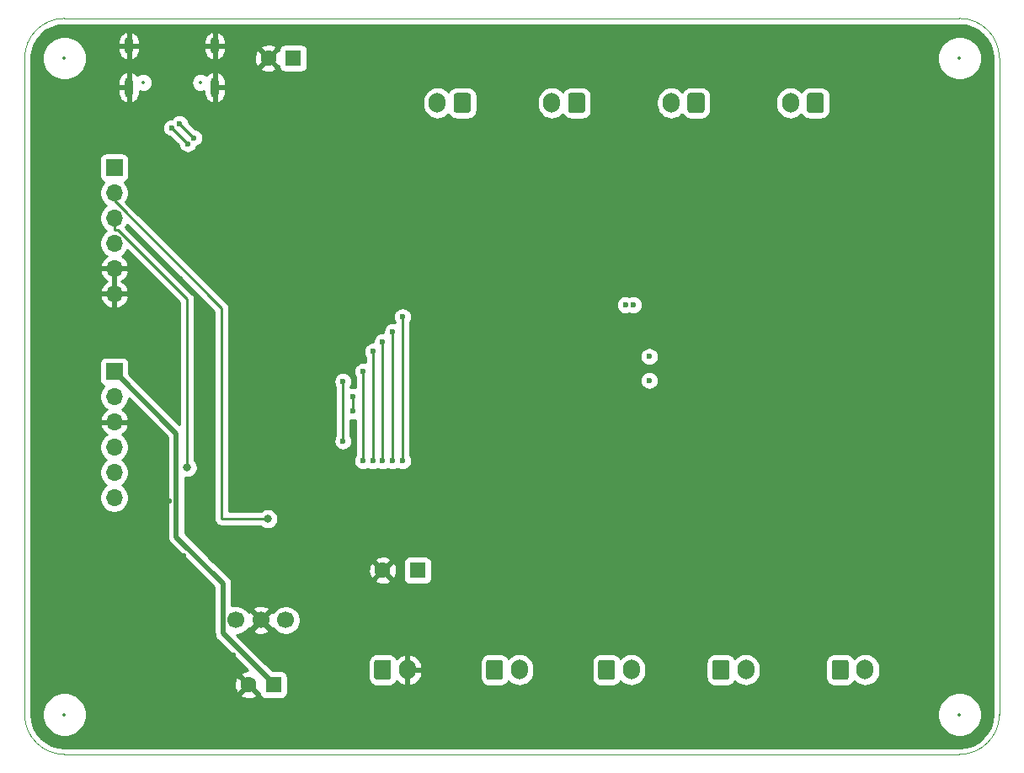
<source format=gbl>
%TF.GenerationSoftware,KiCad,Pcbnew,(5.1.12)-1*%
%TF.CreationDate,2022-03-18T17:06:51+09:00*%
%TF.ProjectId,NHK2022_Solenoid_Valve,4e484b32-3032-4325-9f53-6f6c656e6f69,rev?*%
%TF.SameCoordinates,PX42c1d80PY7bfa480*%
%TF.FileFunction,Copper,L2,Bot*%
%TF.FilePolarity,Positive*%
%FSLAX46Y46*%
G04 Gerber Fmt 4.6, Leading zero omitted, Abs format (unit mm)*
G04 Created by KiCad (PCBNEW (5.1.12)-1) date 2022-03-18 17:06:51*
%MOMM*%
%LPD*%
G01*
G04 APERTURE LIST*
%TA.AperFunction,Profile*%
%ADD10C,0.050000*%
%TD*%
%TA.AperFunction,ComponentPad*%
%ADD11C,1.600000*%
%TD*%
%TA.AperFunction,ComponentPad*%
%ADD12R,1.600000X1.600000*%
%TD*%
%TA.AperFunction,ComponentPad*%
%ADD13O,1.700000X2.000000*%
%TD*%
%TA.AperFunction,ComponentPad*%
%ADD14O,1.700000X1.700000*%
%TD*%
%TA.AperFunction,ComponentPad*%
%ADD15R,1.700000X1.700000*%
%TD*%
%TA.AperFunction,ComponentPad*%
%ADD16O,0.900000X2.000000*%
%TD*%
%TA.AperFunction,ComponentPad*%
%ADD17O,0.900000X1.700000*%
%TD*%
%TA.AperFunction,ComponentPad*%
%ADD18C,1.700000*%
%TD*%
%TA.AperFunction,ViaPad*%
%ADD19C,0.600000*%
%TD*%
%TA.AperFunction,ViaPad*%
%ADD20C,0.800000*%
%TD*%
%TA.AperFunction,Conductor*%
%ADD21C,0.500000*%
%TD*%
%TA.AperFunction,Conductor*%
%ADD22C,0.250000*%
%TD*%
%TA.AperFunction,Conductor*%
%ADD23C,0.254000*%
%TD*%
%TA.AperFunction,Conductor*%
%ADD24C,0.100000*%
%TD*%
%ADD25C,0.300000*%
%ADD26C,0.350000*%
%ADD27O,0.600000X1.700000*%
%ADD28O,0.600000X1.400000*%
G04 APERTURE END LIST*
D10*
X70000000Y74000000D02*
X94000000Y74000000D01*
X94000000Y0D02*
X70000000Y0D01*
X98000000Y70000000D02*
X98000000Y4000000D01*
X94000000Y74000000D02*
G75*
G02*
X98000000Y70000000I0J-4000000D01*
G01*
X98000000Y4000000D02*
G75*
G02*
X94000000Y0I-4000000J0D01*
G01*
X4000000Y74000000D02*
X70000000Y74000000D01*
X0Y70000000D02*
G75*
G02*
X4000000Y74000000I4000000J0D01*
G01*
X0Y70000000D02*
X0Y4000000D01*
X4000000Y0D02*
X70000000Y0D01*
X4000000Y0D02*
G75*
G02*
X0Y4000000I0J4000000D01*
G01*
D11*
%TO.P,C3,2*%
%TO.N,GND*%
X24500000Y70000000D03*
D12*
%TO.P,C3,1*%
%TO.N,+5V*%
X27000000Y70000000D03*
%TD*%
%TO.P,C10,1*%
%TO.N,+3V3*%
X25000000Y7000000D03*
D11*
%TO.P,C10,2*%
%TO.N,GND*%
X22500000Y7000000D03*
%TD*%
D12*
%TO.P,C1,1*%
%TO.N,VCC*%
X39500000Y18500000D03*
D11*
%TO.P,C1,2*%
%TO.N,GND*%
X36000000Y18500000D03*
%TD*%
%TO.P,J1,1*%
%TO.N,/O1*%
%TA.AperFunction,ComponentPad*%
G36*
G01*
X57650000Y7750000D02*
X57650000Y9250000D01*
G75*
G02*
X57900000Y9500000I250000J0D01*
G01*
X59100000Y9500000D01*
G75*
G02*
X59350000Y9250000I0J-250000D01*
G01*
X59350000Y7750000D01*
G75*
G02*
X59100000Y7500000I-250000J0D01*
G01*
X57900000Y7500000D01*
G75*
G02*
X57650000Y7750000I0J250000D01*
G01*
G37*
%TD.AperFunction*%
D13*
%TO.P,J1,2*%
%TO.N,VCC*%
X61000000Y8500000D03*
%TD*%
%TO.P,J2,1*%
%TO.N,/O2*%
%TA.AperFunction,ComponentPad*%
G36*
G01*
X44850000Y66250000D02*
X44850000Y64750000D01*
G75*
G02*
X44600000Y64500000I-250000J0D01*
G01*
X43400000Y64500000D01*
G75*
G02*
X43150000Y64750000I0J250000D01*
G01*
X43150000Y66250000D01*
G75*
G02*
X43400000Y66500000I250000J0D01*
G01*
X44600000Y66500000D01*
G75*
G02*
X44850000Y66250000I0J-250000D01*
G01*
G37*
%TD.AperFunction*%
%TO.P,J2,2*%
%TO.N,VCC*%
X41500000Y65500000D03*
%TD*%
%TO.P,J3,1*%
%TO.N,/O3*%
%TA.AperFunction,ComponentPad*%
G36*
G01*
X56350000Y66250000D02*
X56350000Y64750000D01*
G75*
G02*
X56100000Y64500000I-250000J0D01*
G01*
X54900000Y64500000D01*
G75*
G02*
X54650000Y64750000I0J250000D01*
G01*
X54650000Y66250000D01*
G75*
G02*
X54900000Y66500000I250000J0D01*
G01*
X56100000Y66500000D01*
G75*
G02*
X56350000Y66250000I0J-250000D01*
G01*
G37*
%TD.AperFunction*%
%TO.P,J3,2*%
%TO.N,VCC*%
X53000000Y65500000D03*
%TD*%
%TO.P,J4,2*%
%TO.N,VCC*%
X65000000Y65500000D03*
%TO.P,J4,1*%
%TO.N,/O4*%
%TA.AperFunction,ComponentPad*%
G36*
G01*
X68350000Y66250000D02*
X68350000Y64750000D01*
G75*
G02*
X68100000Y64500000I-250000J0D01*
G01*
X66900000Y64500000D01*
G75*
G02*
X66650000Y64750000I0J250000D01*
G01*
X66650000Y66250000D01*
G75*
G02*
X66900000Y66500000I250000J0D01*
G01*
X68100000Y66500000D01*
G75*
G02*
X68350000Y66250000I0J-250000D01*
G01*
G37*
%TD.AperFunction*%
%TD*%
%TO.P,J5,2*%
%TO.N,VCC*%
X77000000Y65500000D03*
%TO.P,J5,1*%
%TO.N,/O5*%
%TA.AperFunction,ComponentPad*%
G36*
G01*
X80350000Y66250000D02*
X80350000Y64750000D01*
G75*
G02*
X80100000Y64500000I-250000J0D01*
G01*
X78900000Y64500000D01*
G75*
G02*
X78650000Y64750000I0J250000D01*
G01*
X78650000Y66250000D01*
G75*
G02*
X78900000Y66500000I250000J0D01*
G01*
X80100000Y66500000D01*
G75*
G02*
X80350000Y66250000I0J-250000D01*
G01*
G37*
%TD.AperFunction*%
%TD*%
%TO.P,J6,1*%
%TO.N,/O6*%
%TA.AperFunction,ComponentPad*%
G36*
G01*
X81150000Y7750000D02*
X81150000Y9250000D01*
G75*
G02*
X81400000Y9500000I250000J0D01*
G01*
X82600000Y9500000D01*
G75*
G02*
X82850000Y9250000I0J-250000D01*
G01*
X82850000Y7750000D01*
G75*
G02*
X82600000Y7500000I-250000J0D01*
G01*
X81400000Y7500000D01*
G75*
G02*
X81150000Y7750000I0J250000D01*
G01*
G37*
%TD.AperFunction*%
%TO.P,J6,2*%
%TO.N,VCC*%
X84500000Y8500000D03*
%TD*%
%TO.P,J7,2*%
%TO.N,VCC*%
X72500000Y8500000D03*
%TO.P,J7,1*%
%TO.N,/O7*%
%TA.AperFunction,ComponentPad*%
G36*
G01*
X69150000Y7750000D02*
X69150000Y9250000D01*
G75*
G02*
X69400000Y9500000I250000J0D01*
G01*
X70600000Y9500000D01*
G75*
G02*
X70850000Y9250000I0J-250000D01*
G01*
X70850000Y7750000D01*
G75*
G02*
X70600000Y7500000I-250000J0D01*
G01*
X69400000Y7500000D01*
G75*
G02*
X69150000Y7750000I0J250000D01*
G01*
G37*
%TD.AperFunction*%
%TD*%
%TO.P,J8,2*%
%TO.N,GND*%
X38500000Y8500000D03*
%TO.P,J8,1*%
%TO.N,VCC*%
%TA.AperFunction,ComponentPad*%
G36*
G01*
X35150000Y7750000D02*
X35150000Y9250000D01*
G75*
G02*
X35400000Y9500000I250000J0D01*
G01*
X36600000Y9500000D01*
G75*
G02*
X36850000Y9250000I0J-250000D01*
G01*
X36850000Y7750000D01*
G75*
G02*
X36600000Y7500000I-250000J0D01*
G01*
X35400000Y7500000D01*
G75*
G02*
X35150000Y7750000I0J250000D01*
G01*
G37*
%TD.AperFunction*%
%TD*%
%TO.P,J9,1*%
%TO.N,/O8*%
%TA.AperFunction,ComponentPad*%
G36*
G01*
X46400000Y7750000D02*
X46400000Y9250000D01*
G75*
G02*
X46650000Y9500000I250000J0D01*
G01*
X47850000Y9500000D01*
G75*
G02*
X48100000Y9250000I0J-250000D01*
G01*
X48100000Y7750000D01*
G75*
G02*
X47850000Y7500000I-250000J0D01*
G01*
X46650000Y7500000D01*
G75*
G02*
X46400000Y7750000I0J250000D01*
G01*
G37*
%TD.AperFunction*%
%TO.P,J9,2*%
%TO.N,VCC*%
X49750000Y8500000D03*
%TD*%
D14*
%TO.P,UART,6*%
%TO.N,GND*%
X9000000Y46300000D03*
%TO.P,UART,5*%
X9000000Y48840000D03*
%TO.P,UART,4*%
%TO.N,Net-(D18-Pad2)*%
X9000000Y51380000D03*
%TO.P,UART,3*%
%TO.N,/Sheet62278BAE/UART_RX*%
X9000000Y53920000D03*
%TO.P,UART,2*%
%TO.N,/Sheet62278BAE/UART_TX*%
X9000000Y56460000D03*
D15*
%TO.P,UART,1*%
%TO.N,Net-(J10-Pad1)*%
X9000000Y59000000D03*
%TD*%
D16*
%TO.P,J12,S1*%
%TO.N,GND*%
X19120000Y67070000D03*
X10480000Y67070000D03*
D17*
X19120000Y71240000D03*
X10480000Y71240000D03*
%TD*%
D18*
%TO.P,Y1,1*%
%TO.N,Net-(U2-Pad2)*%
X21250000Y13500000D03*
%TO.P,Y1,2*%
%TO.N,GND*%
X23750000Y13500000D03*
%TO.P,Y1,3*%
%TO.N,Net-(U2-Pad3)*%
X26250000Y13500000D03*
%TD*%
D15*
%TO.P,ST-Link,1*%
%TO.N,+3V3*%
X9000000Y38500000D03*
D14*
%TO.P,ST-Link,2*%
%TO.N,/Sheet62278BAE/SWCLK*%
X9000000Y35960000D03*
%TO.P,ST-Link,3*%
%TO.N,GND*%
X9000000Y33420000D03*
%TO.P,ST-Link,4*%
%TO.N,/Sheet62278BAE/SWDIO*%
X9000000Y30880000D03*
%TO.P,ST-Link,5*%
%TO.N,/Sheet62278BAE/NRST*%
X9000000Y28340000D03*
%TO.P,ST-Link,6*%
%TO.N,/Sheet62278BAE/SWO*%
X9000000Y25800000D03*
%TD*%
D19*
%TO.N,GND*%
X6620000Y1460000D03*
X11700000Y1460000D03*
X16780000Y1460000D03*
X21860000Y1460000D03*
X26940000Y1460000D03*
X1540000Y12780000D03*
X1540000Y22940000D03*
X1540000Y17860000D03*
X1540000Y7700000D03*
X26800000Y42500000D03*
X26800000Y41400000D03*
X26800000Y40400000D03*
X26800000Y39400000D03*
X26800000Y38400000D03*
X26800000Y37400000D03*
D20*
X41190500Y27062400D03*
D19*
X29500000Y73000000D03*
X29500000Y67920000D03*
X29500000Y62840000D03*
X29500000Y57760000D03*
X29500000Y52680000D03*
X29500000Y47600000D03*
X29500000Y42520000D03*
X29500000Y37440000D03*
X29500000Y32360000D03*
X29500000Y27280000D03*
X29500000Y22200000D03*
X29500000Y17120000D03*
X29500000Y12040000D03*
X29500000Y6960000D03*
X29500000Y1880000D03*
X25900000Y42500000D03*
X25900000Y40400000D03*
X25900000Y37400000D03*
X25900000Y41400000D03*
X25900000Y39400000D03*
X25900000Y38400000D03*
X24100000Y42500000D03*
X24100000Y37400000D03*
X24100000Y40400000D03*
X24100000Y39400000D03*
X24100000Y41400000D03*
X24100000Y38400000D03*
X25000000Y42500000D03*
X25000000Y40400000D03*
X25000000Y37400000D03*
X25000000Y41400000D03*
X25000000Y39400000D03*
X25000000Y38400000D03*
X23200000Y40400000D03*
X23200000Y37400000D03*
X22300000Y38400000D03*
X22300000Y39400000D03*
X22300000Y42500000D03*
X22300000Y41400000D03*
X23200000Y42500000D03*
X22300000Y37400000D03*
X23200000Y41400000D03*
X23200000Y39400000D03*
X22300000Y40400000D03*
X23200000Y38400000D03*
X21400000Y42500000D03*
X21400000Y39400000D03*
X21400000Y37400000D03*
X21400000Y38400000D03*
X21400000Y41400000D03*
X21400000Y40400000D03*
X6080000Y58920000D03*
X6080000Y56380000D03*
X6080000Y53840000D03*
X6080000Y51300000D03*
X6080000Y48760000D03*
X6080000Y46220000D03*
X4080000Y56380000D03*
X4080000Y51300000D03*
X4080000Y46220000D03*
X4080000Y53840000D03*
X4080000Y58920000D03*
X4080000Y48760000D03*
X2080000Y48760000D03*
X2080000Y51300000D03*
X2080000Y53840000D03*
X2080000Y58920000D03*
X2080000Y56380000D03*
X2080000Y46220000D03*
X6080000Y38380000D03*
X6080000Y33300000D03*
X6080000Y28220000D03*
X6080000Y35840000D03*
X6080000Y30760000D03*
X2080000Y35840000D03*
X4080000Y30760000D03*
X4080000Y33300000D03*
X4080000Y35840000D03*
X4080000Y38380000D03*
X2080000Y30760000D03*
X4080000Y28220000D03*
X2080000Y33300000D03*
X2080000Y28220000D03*
X2080000Y38380000D03*
X2080000Y25720000D03*
X6080000Y25720000D03*
X4080000Y25720000D03*
X23000000Y45500000D03*
X24500000Y45500000D03*
X26000000Y45500000D03*
X23000000Y44000000D03*
X24500000Y44000000D03*
X26000000Y44000000D03*
X22000000Y36000000D03*
X23500000Y36000000D03*
X25000000Y36000000D03*
X22500000Y34500000D03*
X11500000Y8500000D03*
X11500000Y11500000D03*
X11500000Y15000000D03*
X15000000Y5500000D03*
X15000000Y7000000D03*
X10500000Y73000000D03*
X19000000Y73000000D03*
X21500000Y71000000D03*
X21500000Y69000000D03*
X21500000Y67000000D03*
X21500000Y65000000D03*
X21500000Y62500000D03*
X21500000Y60000000D03*
X19500000Y62500000D03*
X19500000Y65000000D03*
X23750000Y65000000D03*
X23750000Y67000000D03*
X23750000Y62500000D03*
X23750000Y60000000D03*
X26000000Y67000000D03*
X26000000Y65000000D03*
X26000000Y62500000D03*
X26000000Y60000000D03*
X26500000Y30250000D03*
X28250000Y30250000D03*
X28265000Y28515000D03*
X14500000Y25500000D03*
X12000000Y23500000D03*
X8500000Y15000000D03*
X18000000Y44500000D03*
X15600000Y47800000D03*
X13000000Y50400000D03*
X18000000Y33000000D03*
X13000000Y46000000D03*
X13000000Y41000000D03*
X13000000Y36000000D03*
X13000000Y33000000D03*
X18000000Y36000000D03*
X8000000Y71000000D03*
X8000000Y67000000D03*
X13000000Y71000000D03*
X16000000Y71000000D03*
X12000000Y55000000D03*
X14000000Y57000000D03*
X12000000Y57000000D03*
X12000000Y59000000D03*
X14000000Y59000000D03*
X16000000Y57000000D03*
X8500000Y11500000D03*
X17500000Y21500000D03*
X16000000Y20000000D03*
X17500000Y18000000D03*
X24500000Y19500000D03*
X26000000Y11500000D03*
X26000000Y9500000D03*
X24000000Y11500000D03*
X19000000Y12000000D03*
X19000000Y10000000D03*
X21000000Y10000000D03*
X8500000Y18500000D03*
X11500000Y18500000D03*
X20000000Y7000000D03*
X20000000Y5500000D03*
X57500000Y42750000D03*
X58770000Y42750000D03*
X57500000Y41480000D03*
X58770000Y41480000D03*
X57500000Y40210000D03*
X58770000Y40210000D03*
X57500000Y38940000D03*
X58770000Y38940000D03*
X57500000Y37670000D03*
X58770000Y37670000D03*
X57500000Y36400000D03*
X58770000Y36400000D03*
X57500000Y35130000D03*
X58770000Y35130000D03*
X53000000Y44100000D03*
X54270000Y44100000D03*
X53000000Y42830000D03*
X54270000Y42830000D03*
X53000000Y41560000D03*
X54270000Y41560000D03*
X53000000Y40290000D03*
X54270000Y40290000D03*
X53000000Y39020000D03*
X54270000Y39020000D03*
X53000000Y37750000D03*
X54270000Y37750000D03*
X53000000Y36480000D03*
X54270000Y36480000D03*
X53000000Y35210000D03*
X54270000Y35210000D03*
X53000000Y45370000D03*
X54270000Y45370000D03*
X51730000Y45370000D03*
X50460000Y45370000D03*
X49400000Y45000000D03*
D20*
X60600000Y32000000D03*
X60600000Y31000000D03*
X60600000Y30000000D03*
X60600000Y29000000D03*
X60600000Y28000000D03*
X59400000Y32000000D03*
X59400000Y31000000D03*
X59400000Y30000000D03*
X59400000Y29000000D03*
X59400000Y28000000D03*
X58200000Y30000000D03*
X58200000Y29000000D03*
X58200000Y28000000D03*
X57000000Y28000000D03*
X57000000Y29000000D03*
X55800000Y28000000D03*
D19*
%TO.N,VCC*%
X60400000Y45200000D03*
X61200000Y45200000D03*
X62800000Y37600000D03*
X62800000Y40000000D03*
D20*
%TO.N,/Sheet62278BAE/UART_TX*%
X24446300Y23691800D03*
%TO.N,/Sheet62278BAE/UART_RX*%
X16343300Y28843400D03*
D19*
%TO.N,/Sheet62278BAE/CANH*%
X16400000Y61400000D03*
X14800000Y63000000D03*
%TO.N,/Sheet62278BAE/CANL*%
X15568213Y63431787D03*
X17000000Y62000000D03*
%TO.N,/I1*%
X38000000Y29500000D03*
X38000000Y44000000D03*
%TO.N,/I2*%
X37000000Y29500000D03*
X37000000Y42500000D03*
%TO.N,/I3*%
X36000000Y29500000D03*
X36000000Y41500000D03*
%TO.N,/I4*%
X35000000Y40500000D03*
X35000000Y29500000D03*
%TO.N,/I5*%
X34000000Y29500000D03*
X34000000Y38500000D03*
%TO.N,/I6*%
X32000000Y31500000D03*
X32000000Y37500000D03*
%TO.N,/I7*%
X33000000Y36000000D03*
X33000000Y34500000D03*
%TD*%
D21*
%TO.N,+3V3*%
X25000000Y7110002D02*
X25000000Y7000000D01*
X19949999Y12160003D02*
X25000000Y7110002D01*
X19949999Y17160003D02*
X19949999Y12160003D01*
X15250001Y21860001D02*
X19949999Y17160003D01*
X15250001Y32249999D02*
X15250001Y21860001D01*
X9000000Y38500000D02*
X15250001Y32249999D01*
D22*
%TO.N,/Sheet62278BAE/UART_TX*%
X24446300Y23691800D02*
X19808200Y23691800D01*
X9000000Y55659002D02*
X9000000Y56460000D01*
X19808200Y44850802D02*
X9000000Y55659002D01*
X19808200Y23691800D02*
X19808200Y44850802D01*
%TO.N,/Sheet62278BAE/UART_RX*%
X9000000Y53920000D02*
X9000000Y52744700D01*
X16343300Y28843400D02*
X16343300Y45768700D01*
X16343300Y45768700D02*
X9367300Y52744700D01*
X9367300Y52744700D02*
X9000000Y52744700D01*
%TO.N,/Sheet62278BAE/CANH*%
X16400000Y61400000D02*
X14800000Y63000000D01*
%TO.N,/Sheet62278BAE/CANL*%
X15568213Y63431787D02*
X17000000Y62000000D01*
%TO.N,/I1*%
X38000000Y29500000D02*
X38000000Y44000000D01*
%TO.N,/I2*%
X37000000Y29500000D02*
X37000000Y42500000D01*
%TO.N,/I3*%
X36000000Y29500000D02*
X36000000Y41500000D01*
%TO.N,/I4*%
X35000000Y40500000D02*
X35000000Y29500000D01*
%TO.N,/I5*%
X34000000Y29500000D02*
X34000000Y38500000D01*
%TO.N,/I6*%
X32000000Y31500000D02*
X32000000Y37500000D01*
%TO.N,/I7*%
X33000000Y34500000D02*
X33000000Y36000000D01*
%TD*%
D23*
%TO.N,GND*%
X94648126Y73273286D02*
X95271572Y73085057D01*
X95846579Y72779319D01*
X96351247Y72367721D01*
X96766362Y71865933D01*
X97076105Y71293076D01*
X97268682Y70670961D01*
X97340000Y69992416D01*
X97340001Y4032289D01*
X97273286Y3351874D01*
X97085057Y2728430D01*
X96779323Y2153427D01*
X96367721Y1648752D01*
X95865933Y1233638D01*
X95293077Y923896D01*
X94670961Y731318D01*
X93992417Y660000D01*
X4032279Y660000D01*
X3351874Y726714D01*
X2728430Y914943D01*
X2153427Y1220677D01*
X1648752Y1632279D01*
X1233638Y2134067D01*
X923896Y2706923D01*
X731318Y3329039D01*
X660000Y4007583D01*
X660000Y4220128D01*
X1765000Y4220128D01*
X1765000Y3779872D01*
X1850890Y3348075D01*
X2019369Y2941331D01*
X2263962Y2575271D01*
X2575271Y2263962D01*
X2941331Y2019369D01*
X3348075Y1850890D01*
X3779872Y1765000D01*
X4220128Y1765000D01*
X4651925Y1850890D01*
X5058669Y2019369D01*
X5424729Y2263962D01*
X5736038Y2575271D01*
X5980631Y2941331D01*
X6149110Y3348075D01*
X6235000Y3779872D01*
X6235000Y4220128D01*
X91765000Y4220128D01*
X91765000Y3779872D01*
X91850890Y3348075D01*
X92019369Y2941331D01*
X92263962Y2575271D01*
X92575271Y2263962D01*
X92941331Y2019369D01*
X93348075Y1850890D01*
X93779872Y1765000D01*
X94220128Y1765000D01*
X94651925Y1850890D01*
X95058669Y2019369D01*
X95424729Y2263962D01*
X95736038Y2575271D01*
X95980631Y2941331D01*
X96149110Y3348075D01*
X96235000Y3779872D01*
X96235000Y4220128D01*
X96149110Y4651925D01*
X95980631Y5058669D01*
X95736038Y5424729D01*
X95424729Y5736038D01*
X95058669Y5980631D01*
X94651925Y6149110D01*
X94220128Y6235000D01*
X93779872Y6235000D01*
X93348075Y6149110D01*
X92941331Y5980631D01*
X92575271Y5736038D01*
X92263962Y5424729D01*
X92019369Y5058669D01*
X91850890Y4651925D01*
X91765000Y4220128D01*
X6235000Y4220128D01*
X6149110Y4651925D01*
X5980631Y5058669D01*
X5736038Y5424729D01*
X5424729Y5736038D01*
X5058669Y5980631D01*
X4994290Y6007298D01*
X21686903Y6007298D01*
X21758486Y5763329D01*
X22013996Y5642429D01*
X22288184Y5573700D01*
X22570512Y5559783D01*
X22850130Y5601213D01*
X23116292Y5696397D01*
X23241514Y5763329D01*
X23313097Y6007298D01*
X22500000Y6820395D01*
X21686903Y6007298D01*
X4994290Y6007298D01*
X4651925Y6149110D01*
X4220128Y6235000D01*
X3779872Y6235000D01*
X3348075Y6149110D01*
X2941331Y5980631D01*
X2575271Y5736038D01*
X2263962Y5424729D01*
X2019369Y5058669D01*
X1850890Y4651925D01*
X1765000Y4220128D01*
X660000Y4220128D01*
X660000Y6929488D01*
X21059783Y6929488D01*
X21101213Y6649870D01*
X21196397Y6383708D01*
X21263329Y6258486D01*
X21507298Y6186903D01*
X22320395Y7000000D01*
X21507298Y7813097D01*
X21263329Y7741514D01*
X21142429Y7486004D01*
X21073700Y7211816D01*
X21059783Y6929488D01*
X660000Y6929488D01*
X660000Y31026260D01*
X7515000Y31026260D01*
X7515000Y30733740D01*
X7572068Y30446842D01*
X7684010Y30176589D01*
X7846525Y29933368D01*
X8053368Y29726525D01*
X8227760Y29610000D01*
X8053368Y29493475D01*
X7846525Y29286632D01*
X7684010Y29043411D01*
X7572068Y28773158D01*
X7515000Y28486260D01*
X7515000Y28193740D01*
X7572068Y27906842D01*
X7684010Y27636589D01*
X7846525Y27393368D01*
X8053368Y27186525D01*
X8227760Y27070000D01*
X8053368Y26953475D01*
X7846525Y26746632D01*
X7684010Y26503411D01*
X7572068Y26233158D01*
X7515000Y25946260D01*
X7515000Y25653740D01*
X7572068Y25366842D01*
X7684010Y25096589D01*
X7846525Y24853368D01*
X8053368Y24646525D01*
X8296589Y24484010D01*
X8566842Y24372068D01*
X8853740Y24315000D01*
X9146260Y24315000D01*
X9433158Y24372068D01*
X9703411Y24484010D01*
X9946632Y24646525D01*
X10153475Y24853368D01*
X10315990Y25096589D01*
X10427932Y25366842D01*
X10485000Y25653740D01*
X10485000Y25946260D01*
X10427932Y26233158D01*
X10315990Y26503411D01*
X10153475Y26746632D01*
X9946632Y26953475D01*
X9772240Y27070000D01*
X9946632Y27186525D01*
X10153475Y27393368D01*
X10315990Y27636589D01*
X10427932Y27906842D01*
X10485000Y28193740D01*
X10485000Y28486260D01*
X10427932Y28773158D01*
X10315990Y29043411D01*
X10153475Y29286632D01*
X9946632Y29493475D01*
X9772240Y29610000D01*
X9946632Y29726525D01*
X10153475Y29933368D01*
X10315990Y30176589D01*
X10427932Y30446842D01*
X10485000Y30733740D01*
X10485000Y31026260D01*
X10427932Y31313158D01*
X10315990Y31583411D01*
X10153475Y31826632D01*
X9946632Y32033475D01*
X9764466Y32155195D01*
X9881355Y32224822D01*
X10097588Y32419731D01*
X10271641Y32653080D01*
X10396825Y32915901D01*
X10441476Y33063110D01*
X10320155Y33293000D01*
X9127000Y33293000D01*
X9127000Y33273000D01*
X8873000Y33273000D01*
X8873000Y33293000D01*
X7679845Y33293000D01*
X7558524Y33063110D01*
X7603175Y32915901D01*
X7728359Y32653080D01*
X7902412Y32419731D01*
X8118645Y32224822D01*
X8235534Y32155195D01*
X8053368Y32033475D01*
X7846525Y31826632D01*
X7684010Y31583411D01*
X7572068Y31313158D01*
X7515000Y31026260D01*
X660000Y31026260D01*
X660000Y45943110D01*
X7558524Y45943110D01*
X7603175Y45795901D01*
X7728359Y45533080D01*
X7902412Y45299731D01*
X8118645Y45104822D01*
X8368748Y44955843D01*
X8643109Y44858519D01*
X8873000Y44979186D01*
X8873000Y46173000D01*
X9127000Y46173000D01*
X9127000Y44979186D01*
X9356891Y44858519D01*
X9631252Y44955843D01*
X9881355Y45104822D01*
X10097588Y45299731D01*
X10271641Y45533080D01*
X10396825Y45795901D01*
X10441476Y45943110D01*
X10320155Y46173000D01*
X9127000Y46173000D01*
X8873000Y46173000D01*
X7679845Y46173000D01*
X7558524Y45943110D01*
X660000Y45943110D01*
X660000Y48483110D01*
X7558524Y48483110D01*
X7603175Y48335901D01*
X7728359Y48073080D01*
X7902412Y47839731D01*
X8118645Y47644822D01*
X8244255Y47570000D01*
X8118645Y47495178D01*
X7902412Y47300269D01*
X7728359Y47066920D01*
X7603175Y46804099D01*
X7558524Y46656890D01*
X7679845Y46427000D01*
X8873000Y46427000D01*
X8873000Y48713000D01*
X9127000Y48713000D01*
X9127000Y46427000D01*
X10320155Y46427000D01*
X10441476Y46656890D01*
X10396825Y46804099D01*
X10271641Y47066920D01*
X10097588Y47300269D01*
X9881355Y47495178D01*
X9755745Y47570000D01*
X9881355Y47644822D01*
X10097588Y47839731D01*
X10271641Y48073080D01*
X10396825Y48335901D01*
X10441476Y48483110D01*
X10320155Y48713000D01*
X9127000Y48713000D01*
X8873000Y48713000D01*
X7679845Y48713000D01*
X7558524Y48483110D01*
X660000Y48483110D01*
X660000Y59850000D01*
X7511928Y59850000D01*
X7511928Y58150000D01*
X7524188Y58025518D01*
X7560498Y57905820D01*
X7619463Y57795506D01*
X7698815Y57698815D01*
X7795506Y57619463D01*
X7905820Y57560498D01*
X7978380Y57538487D01*
X7846525Y57406632D01*
X7684010Y57163411D01*
X7572068Y56893158D01*
X7515000Y56606260D01*
X7515000Y56313740D01*
X7572068Y56026842D01*
X7684010Y55756589D01*
X7846525Y55513368D01*
X8053368Y55306525D01*
X8227760Y55190000D01*
X8053368Y55073475D01*
X7846525Y54866632D01*
X7684010Y54623411D01*
X7572068Y54353158D01*
X7515000Y54066260D01*
X7515000Y53773740D01*
X7572068Y53486842D01*
X7684010Y53216589D01*
X7846525Y52973368D01*
X8053368Y52766525D01*
X8227760Y52650000D01*
X8053368Y52533475D01*
X7846525Y52326632D01*
X7684010Y52083411D01*
X7572068Y51813158D01*
X7515000Y51526260D01*
X7515000Y51233740D01*
X7572068Y50946842D01*
X7684010Y50676589D01*
X7846525Y50433368D01*
X8053368Y50226525D01*
X8235534Y50104805D01*
X8118645Y50035178D01*
X7902412Y49840269D01*
X7728359Y49606920D01*
X7603175Y49344099D01*
X7558524Y49196890D01*
X7679845Y48967000D01*
X8873000Y48967000D01*
X8873000Y48987000D01*
X9127000Y48987000D01*
X9127000Y48967000D01*
X10320155Y48967000D01*
X10441476Y49196890D01*
X10396825Y49344099D01*
X10271641Y49606920D01*
X10097588Y49840269D01*
X9881355Y50035178D01*
X9764466Y50104805D01*
X9946632Y50226525D01*
X10153475Y50433368D01*
X10315990Y50676589D01*
X10329059Y50708140D01*
X15583301Y45453897D01*
X15583300Y33168279D01*
X10488072Y38263506D01*
X10488072Y39350000D01*
X10475812Y39474482D01*
X10439502Y39594180D01*
X10380537Y39704494D01*
X10301185Y39801185D01*
X10204494Y39880537D01*
X10094180Y39939502D01*
X9974482Y39975812D01*
X9850000Y39988072D01*
X8150000Y39988072D01*
X8025518Y39975812D01*
X7905820Y39939502D01*
X7795506Y39880537D01*
X7698815Y39801185D01*
X7619463Y39704494D01*
X7560498Y39594180D01*
X7524188Y39474482D01*
X7511928Y39350000D01*
X7511928Y37650000D01*
X7524188Y37525518D01*
X7560498Y37405820D01*
X7619463Y37295506D01*
X7698815Y37198815D01*
X7795506Y37119463D01*
X7905820Y37060498D01*
X7978380Y37038487D01*
X7846525Y36906632D01*
X7684010Y36663411D01*
X7572068Y36393158D01*
X7515000Y36106260D01*
X7515000Y35813740D01*
X7572068Y35526842D01*
X7684010Y35256589D01*
X7846525Y35013368D01*
X8053368Y34806525D01*
X8235534Y34684805D01*
X8118645Y34615178D01*
X7902412Y34420269D01*
X7728359Y34186920D01*
X7603175Y33924099D01*
X7558524Y33776890D01*
X7679845Y33547000D01*
X8873000Y33547000D01*
X8873000Y33567000D01*
X9127000Y33567000D01*
X9127000Y33547000D01*
X10320155Y33547000D01*
X10441476Y33776890D01*
X10396825Y33924099D01*
X10271641Y34186920D01*
X10097588Y34420269D01*
X9881355Y34615178D01*
X9764466Y34684805D01*
X9946632Y34806525D01*
X10153475Y35013368D01*
X10315990Y35256589D01*
X10427932Y35526842D01*
X10476652Y35771770D01*
X14365001Y31883420D01*
X14365002Y21903480D01*
X14360720Y21860001D01*
X14377806Y21686511D01*
X14428413Y21519688D01*
X14510591Y21365942D01*
X14593469Y21264955D01*
X14593472Y21264952D01*
X14621185Y21231184D01*
X14654953Y21203471D01*
X19064999Y16793424D01*
X19065000Y12203482D01*
X19060718Y12160003D01*
X19077804Y11986513D01*
X19128411Y11819690D01*
X19210589Y11665944D01*
X19293467Y11564957D01*
X19293470Y11564954D01*
X19321183Y11531186D01*
X19354951Y11503473D01*
X22419662Y8438761D01*
X22149870Y8398787D01*
X21883708Y8303603D01*
X21758486Y8236671D01*
X21686903Y7992702D01*
X22500000Y7179605D01*
X22514143Y7193747D01*
X22693748Y7014142D01*
X22679605Y7000000D01*
X23492702Y6186903D01*
X23561928Y6207215D01*
X23561928Y6200000D01*
X23574188Y6075518D01*
X23610498Y5955820D01*
X23669463Y5845506D01*
X23748815Y5748815D01*
X23845506Y5669463D01*
X23955820Y5610498D01*
X24075518Y5574188D01*
X24200000Y5561928D01*
X25800000Y5561928D01*
X25924482Y5574188D01*
X26044180Y5610498D01*
X26154494Y5669463D01*
X26251185Y5748815D01*
X26330537Y5845506D01*
X26389502Y5955820D01*
X26425812Y6075518D01*
X26438072Y6200000D01*
X26438072Y7800000D01*
X26425812Y7924482D01*
X26389502Y8044180D01*
X26330537Y8154494D01*
X26251185Y8251185D01*
X26154494Y8330537D01*
X26044180Y8389502D01*
X25924482Y8425812D01*
X25800000Y8438072D01*
X24923509Y8438072D01*
X24111581Y9250000D01*
X34511928Y9250000D01*
X34511928Y7750000D01*
X34528992Y7576746D01*
X34579528Y7410150D01*
X34661595Y7256614D01*
X34772038Y7122038D01*
X34906614Y7011595D01*
X35060150Y6929528D01*
X35226746Y6878992D01*
X35400000Y6861928D01*
X36600000Y6861928D01*
X36773254Y6878992D01*
X36939850Y6929528D01*
X37093386Y7011595D01*
X37227962Y7122038D01*
X37338405Y7256614D01*
X37392914Y7358593D01*
X37393198Y7358205D01*
X37607954Y7161336D01*
X37856991Y7010146D01*
X38130739Y6910446D01*
X38143110Y6908524D01*
X38373000Y7029845D01*
X38373000Y8373000D01*
X38627000Y8373000D01*
X38627000Y7029845D01*
X38856890Y6908524D01*
X38869261Y6910446D01*
X39143009Y7010146D01*
X39392046Y7161336D01*
X39606802Y7358205D01*
X39779025Y7593188D01*
X39902096Y7857255D01*
X39971285Y8140258D01*
X39827232Y8373000D01*
X38627000Y8373000D01*
X38373000Y8373000D01*
X38353000Y8373000D01*
X38353000Y8627000D01*
X38373000Y8627000D01*
X38373000Y9970155D01*
X38627000Y9970155D01*
X38627000Y8627000D01*
X39827232Y8627000D01*
X39971285Y8859742D01*
X39902096Y9142745D01*
X39852109Y9250000D01*
X45761928Y9250000D01*
X45761928Y7750000D01*
X45778992Y7576746D01*
X45829528Y7410150D01*
X45911595Y7256614D01*
X46022038Y7122038D01*
X46156614Y7011595D01*
X46310150Y6929528D01*
X46476746Y6878992D01*
X46650000Y6861928D01*
X47850000Y6861928D01*
X48023254Y6878992D01*
X48189850Y6929528D01*
X48343386Y7011595D01*
X48477962Y7122038D01*
X48588405Y7256614D01*
X48642777Y7358337D01*
X48694866Y7294866D01*
X48920987Y7109294D01*
X49178967Y6971401D01*
X49458890Y6886487D01*
X49750000Y6857815D01*
X50041111Y6886487D01*
X50321034Y6971401D01*
X50579014Y7109294D01*
X50805134Y7294866D01*
X50990706Y7520986D01*
X51128599Y7778967D01*
X51213513Y8058890D01*
X51235000Y8277051D01*
X51235000Y8722950D01*
X51213513Y8941111D01*
X51128599Y9221034D01*
X51113117Y9250000D01*
X57011928Y9250000D01*
X57011928Y7750000D01*
X57028992Y7576746D01*
X57079528Y7410150D01*
X57161595Y7256614D01*
X57272038Y7122038D01*
X57406614Y7011595D01*
X57560150Y6929528D01*
X57726746Y6878992D01*
X57900000Y6861928D01*
X59100000Y6861928D01*
X59273254Y6878992D01*
X59439850Y6929528D01*
X59593386Y7011595D01*
X59727962Y7122038D01*
X59838405Y7256614D01*
X59892777Y7358337D01*
X59944866Y7294866D01*
X60170987Y7109294D01*
X60428967Y6971401D01*
X60708890Y6886487D01*
X61000000Y6857815D01*
X61291111Y6886487D01*
X61571034Y6971401D01*
X61829014Y7109294D01*
X62055134Y7294866D01*
X62240706Y7520986D01*
X62378599Y7778967D01*
X62463513Y8058890D01*
X62485000Y8277051D01*
X62485000Y8722950D01*
X62463513Y8941111D01*
X62378599Y9221034D01*
X62363117Y9250000D01*
X68511928Y9250000D01*
X68511928Y7750000D01*
X68528992Y7576746D01*
X68579528Y7410150D01*
X68661595Y7256614D01*
X68772038Y7122038D01*
X68906614Y7011595D01*
X69060150Y6929528D01*
X69226746Y6878992D01*
X69400000Y6861928D01*
X70600000Y6861928D01*
X70773254Y6878992D01*
X70939850Y6929528D01*
X71093386Y7011595D01*
X71227962Y7122038D01*
X71338405Y7256614D01*
X71392777Y7358337D01*
X71444866Y7294866D01*
X71670987Y7109294D01*
X71928967Y6971401D01*
X72208890Y6886487D01*
X72500000Y6857815D01*
X72791111Y6886487D01*
X73071034Y6971401D01*
X73329014Y7109294D01*
X73555134Y7294866D01*
X73740706Y7520986D01*
X73878599Y7778967D01*
X73963513Y8058890D01*
X73985000Y8277051D01*
X73985000Y8722950D01*
X73963513Y8941111D01*
X73878599Y9221034D01*
X73863117Y9250000D01*
X80511928Y9250000D01*
X80511928Y7750000D01*
X80528992Y7576746D01*
X80579528Y7410150D01*
X80661595Y7256614D01*
X80772038Y7122038D01*
X80906614Y7011595D01*
X81060150Y6929528D01*
X81226746Y6878992D01*
X81400000Y6861928D01*
X82600000Y6861928D01*
X82773254Y6878992D01*
X82939850Y6929528D01*
X83093386Y7011595D01*
X83227962Y7122038D01*
X83338405Y7256614D01*
X83392777Y7358337D01*
X83444866Y7294866D01*
X83670987Y7109294D01*
X83928967Y6971401D01*
X84208890Y6886487D01*
X84500000Y6857815D01*
X84791111Y6886487D01*
X85071034Y6971401D01*
X85329014Y7109294D01*
X85555134Y7294866D01*
X85740706Y7520986D01*
X85878599Y7778967D01*
X85963513Y8058890D01*
X85985000Y8277051D01*
X85985000Y8722950D01*
X85963513Y8941111D01*
X85878599Y9221034D01*
X85740706Y9479014D01*
X85555134Y9705134D01*
X85329013Y9890706D01*
X85071033Y10028599D01*
X84791110Y10113513D01*
X84500000Y10142185D01*
X84208889Y10113513D01*
X83928966Y10028599D01*
X83670986Y9890706D01*
X83444866Y9705134D01*
X83392777Y9641663D01*
X83338405Y9743386D01*
X83227962Y9877962D01*
X83093386Y9988405D01*
X82939850Y10070472D01*
X82773254Y10121008D01*
X82600000Y10138072D01*
X81400000Y10138072D01*
X81226746Y10121008D01*
X81060150Y10070472D01*
X80906614Y9988405D01*
X80772038Y9877962D01*
X80661595Y9743386D01*
X80579528Y9589850D01*
X80528992Y9423254D01*
X80511928Y9250000D01*
X73863117Y9250000D01*
X73740706Y9479014D01*
X73555134Y9705134D01*
X73329013Y9890706D01*
X73071033Y10028599D01*
X72791110Y10113513D01*
X72500000Y10142185D01*
X72208889Y10113513D01*
X71928966Y10028599D01*
X71670986Y9890706D01*
X71444866Y9705134D01*
X71392777Y9641663D01*
X71338405Y9743386D01*
X71227962Y9877962D01*
X71093386Y9988405D01*
X70939850Y10070472D01*
X70773254Y10121008D01*
X70600000Y10138072D01*
X69400000Y10138072D01*
X69226746Y10121008D01*
X69060150Y10070472D01*
X68906614Y9988405D01*
X68772038Y9877962D01*
X68661595Y9743386D01*
X68579528Y9589850D01*
X68528992Y9423254D01*
X68511928Y9250000D01*
X62363117Y9250000D01*
X62240706Y9479014D01*
X62055134Y9705134D01*
X61829013Y9890706D01*
X61571033Y10028599D01*
X61291110Y10113513D01*
X61000000Y10142185D01*
X60708889Y10113513D01*
X60428966Y10028599D01*
X60170986Y9890706D01*
X59944866Y9705134D01*
X59892777Y9641663D01*
X59838405Y9743386D01*
X59727962Y9877962D01*
X59593386Y9988405D01*
X59439850Y10070472D01*
X59273254Y10121008D01*
X59100000Y10138072D01*
X57900000Y10138072D01*
X57726746Y10121008D01*
X57560150Y10070472D01*
X57406614Y9988405D01*
X57272038Y9877962D01*
X57161595Y9743386D01*
X57079528Y9589850D01*
X57028992Y9423254D01*
X57011928Y9250000D01*
X51113117Y9250000D01*
X50990706Y9479014D01*
X50805134Y9705134D01*
X50579013Y9890706D01*
X50321033Y10028599D01*
X50041110Y10113513D01*
X49750000Y10142185D01*
X49458889Y10113513D01*
X49178966Y10028599D01*
X48920986Y9890706D01*
X48694866Y9705134D01*
X48642777Y9641663D01*
X48588405Y9743386D01*
X48477962Y9877962D01*
X48343386Y9988405D01*
X48189850Y10070472D01*
X48023254Y10121008D01*
X47850000Y10138072D01*
X46650000Y10138072D01*
X46476746Y10121008D01*
X46310150Y10070472D01*
X46156614Y9988405D01*
X46022038Y9877962D01*
X45911595Y9743386D01*
X45829528Y9589850D01*
X45778992Y9423254D01*
X45761928Y9250000D01*
X39852109Y9250000D01*
X39779025Y9406812D01*
X39606802Y9641795D01*
X39392046Y9838664D01*
X39143009Y9989854D01*
X38869261Y10089554D01*
X38856890Y10091476D01*
X38627000Y9970155D01*
X38373000Y9970155D01*
X38143110Y10091476D01*
X38130739Y10089554D01*
X37856991Y9989854D01*
X37607954Y9838664D01*
X37393198Y9641795D01*
X37392914Y9641407D01*
X37338405Y9743386D01*
X37227962Y9877962D01*
X37093386Y9988405D01*
X36939850Y10070472D01*
X36773254Y10121008D01*
X36600000Y10138072D01*
X35400000Y10138072D01*
X35226746Y10121008D01*
X35060150Y10070472D01*
X34906614Y9988405D01*
X34772038Y9877962D01*
X34661595Y9743386D01*
X34579528Y9589850D01*
X34528992Y9423254D01*
X34511928Y9250000D01*
X24111581Y9250000D01*
X21346580Y12015000D01*
X21396260Y12015000D01*
X21683158Y12072068D01*
X21953411Y12184010D01*
X22196632Y12346525D01*
X22321710Y12471603D01*
X22901208Y12471603D01*
X22978843Y12222528D01*
X23242883Y12096629D01*
X23526411Y12024661D01*
X23818531Y12009389D01*
X24108019Y12051401D01*
X24383747Y12149081D01*
X24521157Y12222528D01*
X24598792Y12471603D01*
X23750000Y13320395D01*
X22901208Y12471603D01*
X22321710Y12471603D01*
X22403475Y12553368D01*
X22512416Y12716410D01*
X22721603Y12651208D01*
X23570395Y13500000D01*
X23929605Y13500000D01*
X24778397Y12651208D01*
X24987584Y12716410D01*
X25096525Y12553368D01*
X25303368Y12346525D01*
X25546589Y12184010D01*
X25816842Y12072068D01*
X26103740Y12015000D01*
X26396260Y12015000D01*
X26683158Y12072068D01*
X26953411Y12184010D01*
X27196632Y12346525D01*
X27403475Y12553368D01*
X27565990Y12796589D01*
X27677932Y13066842D01*
X27735000Y13353740D01*
X27735000Y13646260D01*
X27677932Y13933158D01*
X27565990Y14203411D01*
X27403475Y14446632D01*
X27196632Y14653475D01*
X26953411Y14815990D01*
X26683158Y14927932D01*
X26396260Y14985000D01*
X26103740Y14985000D01*
X25816842Y14927932D01*
X25546589Y14815990D01*
X25303368Y14653475D01*
X25096525Y14446632D01*
X24987584Y14283590D01*
X24778397Y14348792D01*
X23929605Y13500000D01*
X23570395Y13500000D01*
X22721603Y14348792D01*
X22512416Y14283590D01*
X22403475Y14446632D01*
X22321710Y14528397D01*
X22901208Y14528397D01*
X23750000Y13679605D01*
X24598792Y14528397D01*
X24521157Y14777472D01*
X24257117Y14903371D01*
X23973589Y14975339D01*
X23681469Y14990611D01*
X23391981Y14948599D01*
X23116253Y14850919D01*
X22978843Y14777472D01*
X22901208Y14528397D01*
X22321710Y14528397D01*
X22196632Y14653475D01*
X21953411Y14815990D01*
X21683158Y14927932D01*
X21396260Y14985000D01*
X21103740Y14985000D01*
X20834999Y14931544D01*
X20834999Y17116534D01*
X20839280Y17160003D01*
X20834999Y17203472D01*
X20834999Y17203480D01*
X20822194Y17333493D01*
X20771588Y17500316D01*
X20767857Y17507298D01*
X35186903Y17507298D01*
X35258486Y17263329D01*
X35513996Y17142429D01*
X35788184Y17073700D01*
X36070512Y17059783D01*
X36350130Y17101213D01*
X36616292Y17196397D01*
X36741514Y17263329D01*
X36813097Y17507298D01*
X36000000Y18320395D01*
X35186903Y17507298D01*
X20767857Y17507298D01*
X20689410Y17654062D01*
X20662458Y17686903D01*
X20606531Y17755050D01*
X20606529Y17755052D01*
X20578816Y17788820D01*
X20545049Y17816531D01*
X19932092Y18429488D01*
X34559783Y18429488D01*
X34601213Y18149870D01*
X34696397Y17883708D01*
X34763329Y17758486D01*
X35007298Y17686903D01*
X35820395Y18500000D01*
X36179605Y18500000D01*
X36992702Y17686903D01*
X37236671Y17758486D01*
X37357571Y18013996D01*
X37426300Y18288184D01*
X37440217Y18570512D01*
X37398787Y18850130D01*
X37303603Y19116292D01*
X37236671Y19241514D01*
X37037340Y19300000D01*
X38061928Y19300000D01*
X38061928Y17700000D01*
X38074188Y17575518D01*
X38110498Y17455820D01*
X38169463Y17345506D01*
X38248815Y17248815D01*
X38345506Y17169463D01*
X38455820Y17110498D01*
X38575518Y17074188D01*
X38700000Y17061928D01*
X40300000Y17061928D01*
X40424482Y17074188D01*
X40544180Y17110498D01*
X40654494Y17169463D01*
X40751185Y17248815D01*
X40830537Y17345506D01*
X40889502Y17455820D01*
X40925812Y17575518D01*
X40938072Y17700000D01*
X40938072Y19300000D01*
X40925812Y19424482D01*
X40889502Y19544180D01*
X40830537Y19654494D01*
X40751185Y19751185D01*
X40654494Y19830537D01*
X40544180Y19889502D01*
X40424482Y19925812D01*
X40300000Y19938072D01*
X38700000Y19938072D01*
X38575518Y19925812D01*
X38455820Y19889502D01*
X38345506Y19830537D01*
X38248815Y19751185D01*
X38169463Y19654494D01*
X38110498Y19544180D01*
X38074188Y19424482D01*
X38061928Y19300000D01*
X37037340Y19300000D01*
X36992702Y19313097D01*
X36179605Y18500000D01*
X35820395Y18500000D01*
X35007298Y19313097D01*
X34763329Y19241514D01*
X34642429Y18986004D01*
X34573700Y18711816D01*
X34559783Y18429488D01*
X19932092Y18429488D01*
X18868878Y19492702D01*
X35186903Y19492702D01*
X36000000Y18679605D01*
X36813097Y19492702D01*
X36741514Y19736671D01*
X36486004Y19857571D01*
X36211816Y19926300D01*
X35929488Y19940217D01*
X35649870Y19898787D01*
X35383708Y19803603D01*
X35258486Y19736671D01*
X35186903Y19492702D01*
X18868878Y19492702D01*
X16135001Y22226579D01*
X16135001Y27829556D01*
X16241361Y27808400D01*
X16445239Y27808400D01*
X16645198Y27848174D01*
X16833556Y27926195D01*
X17003074Y28039463D01*
X17147237Y28183626D01*
X17260505Y28353144D01*
X17338526Y28541502D01*
X17378300Y28741461D01*
X17378300Y28945339D01*
X17338526Y29145298D01*
X17260505Y29333656D01*
X17147237Y29503174D01*
X17103300Y29547111D01*
X17103300Y45731377D01*
X17106976Y45768700D01*
X17103300Y45806023D01*
X17103300Y45806033D01*
X17092303Y45917686D01*
X17048846Y46060947D01*
X16978274Y46192976D01*
X16883301Y46308701D01*
X16854303Y46332499D01*
X10177491Y53009310D01*
X10315990Y53216589D01*
X10331110Y53253091D01*
X19048201Y44535999D01*
X19048200Y23729133D01*
X19044523Y23691800D01*
X19059197Y23542814D01*
X19102654Y23399553D01*
X19173226Y23267524D01*
X19268199Y23151799D01*
X19383924Y23056826D01*
X19515953Y22986254D01*
X19659214Y22942797D01*
X19808200Y22928123D01*
X19845533Y22931800D01*
X23742589Y22931800D01*
X23786526Y22887863D01*
X23956044Y22774595D01*
X24144402Y22696574D01*
X24344361Y22656800D01*
X24548239Y22656800D01*
X24748198Y22696574D01*
X24936556Y22774595D01*
X25106074Y22887863D01*
X25250237Y23032026D01*
X25363505Y23201544D01*
X25441526Y23389902D01*
X25481300Y23589861D01*
X25481300Y23793739D01*
X25441526Y23993698D01*
X25363505Y24182056D01*
X25250237Y24351574D01*
X25106074Y24495737D01*
X24936556Y24609005D01*
X24748198Y24687026D01*
X24548239Y24726800D01*
X24344361Y24726800D01*
X24144402Y24687026D01*
X23956044Y24609005D01*
X23786526Y24495737D01*
X23742589Y24451800D01*
X20568200Y24451800D01*
X20568200Y37592089D01*
X31065000Y37592089D01*
X31065000Y37407911D01*
X31100932Y37227271D01*
X31171414Y37057111D01*
X31240001Y36954463D01*
X31240000Y32045536D01*
X31171414Y31942889D01*
X31100932Y31772729D01*
X31065000Y31592089D01*
X31065000Y31407911D01*
X31100932Y31227271D01*
X31171414Y31057111D01*
X31273738Y30903972D01*
X31403972Y30773738D01*
X31557111Y30671414D01*
X31727271Y30600932D01*
X31907911Y30565000D01*
X32092089Y30565000D01*
X32272729Y30600932D01*
X32442889Y30671414D01*
X32596028Y30773738D01*
X32726262Y30903972D01*
X32828586Y31057111D01*
X32899068Y31227271D01*
X32935000Y31407911D01*
X32935000Y31592089D01*
X32899068Y31772729D01*
X32828586Y31942889D01*
X32760000Y32045535D01*
X32760000Y33594422D01*
X32907911Y33565000D01*
X33092089Y33565000D01*
X33240000Y33594422D01*
X33240000Y30045536D01*
X33171414Y29942889D01*
X33100932Y29772729D01*
X33065000Y29592089D01*
X33065000Y29407911D01*
X33100932Y29227271D01*
X33171414Y29057111D01*
X33273738Y28903972D01*
X33403972Y28773738D01*
X33557111Y28671414D01*
X33727271Y28600932D01*
X33907911Y28565000D01*
X34092089Y28565000D01*
X34272729Y28600932D01*
X34442889Y28671414D01*
X34500000Y28709574D01*
X34557111Y28671414D01*
X34727271Y28600932D01*
X34907911Y28565000D01*
X35092089Y28565000D01*
X35272729Y28600932D01*
X35442889Y28671414D01*
X35500000Y28709574D01*
X35557111Y28671414D01*
X35727271Y28600932D01*
X35907911Y28565000D01*
X36092089Y28565000D01*
X36272729Y28600932D01*
X36442889Y28671414D01*
X36500000Y28709574D01*
X36557111Y28671414D01*
X36727271Y28600932D01*
X36907911Y28565000D01*
X37092089Y28565000D01*
X37272729Y28600932D01*
X37442889Y28671414D01*
X37500000Y28709574D01*
X37557111Y28671414D01*
X37727271Y28600932D01*
X37907911Y28565000D01*
X38092089Y28565000D01*
X38272729Y28600932D01*
X38442889Y28671414D01*
X38596028Y28773738D01*
X38726262Y28903972D01*
X38828586Y29057111D01*
X38899068Y29227271D01*
X38935000Y29407911D01*
X38935000Y29592089D01*
X38899068Y29772729D01*
X38828586Y29942889D01*
X38760000Y30045535D01*
X38760000Y37692089D01*
X61865000Y37692089D01*
X61865000Y37507911D01*
X61900932Y37327271D01*
X61971414Y37157111D01*
X62073738Y37003972D01*
X62203972Y36873738D01*
X62357111Y36771414D01*
X62527271Y36700932D01*
X62707911Y36665000D01*
X62892089Y36665000D01*
X63072729Y36700932D01*
X63242889Y36771414D01*
X63396028Y36873738D01*
X63526262Y37003972D01*
X63628586Y37157111D01*
X63699068Y37327271D01*
X63735000Y37507911D01*
X63735000Y37692089D01*
X63699068Y37872729D01*
X63628586Y38042889D01*
X63526262Y38196028D01*
X63396028Y38326262D01*
X63242889Y38428586D01*
X63072729Y38499068D01*
X62892089Y38535000D01*
X62707911Y38535000D01*
X62527271Y38499068D01*
X62357111Y38428586D01*
X62203972Y38326262D01*
X62073738Y38196028D01*
X61971414Y38042889D01*
X61900932Y37872729D01*
X61865000Y37692089D01*
X38760000Y37692089D01*
X38760000Y40092089D01*
X61865000Y40092089D01*
X61865000Y39907911D01*
X61900932Y39727271D01*
X61971414Y39557111D01*
X62073738Y39403972D01*
X62203972Y39273738D01*
X62357111Y39171414D01*
X62527271Y39100932D01*
X62707911Y39065000D01*
X62892089Y39065000D01*
X63072729Y39100932D01*
X63242889Y39171414D01*
X63396028Y39273738D01*
X63526262Y39403972D01*
X63628586Y39557111D01*
X63699068Y39727271D01*
X63735000Y39907911D01*
X63735000Y40092089D01*
X63699068Y40272729D01*
X63628586Y40442889D01*
X63526262Y40596028D01*
X63396028Y40726262D01*
X63242889Y40828586D01*
X63072729Y40899068D01*
X62892089Y40935000D01*
X62707911Y40935000D01*
X62527271Y40899068D01*
X62357111Y40828586D01*
X62203972Y40726262D01*
X62073738Y40596028D01*
X61971414Y40442889D01*
X61900932Y40272729D01*
X61865000Y40092089D01*
X38760000Y40092089D01*
X38760000Y43454465D01*
X38828586Y43557111D01*
X38899068Y43727271D01*
X38935000Y43907911D01*
X38935000Y44092089D01*
X38899068Y44272729D01*
X38828586Y44442889D01*
X38726262Y44596028D01*
X38596028Y44726262D01*
X38442889Y44828586D01*
X38272729Y44899068D01*
X38092089Y44935000D01*
X37907911Y44935000D01*
X37727271Y44899068D01*
X37557111Y44828586D01*
X37403972Y44726262D01*
X37273738Y44596028D01*
X37171414Y44442889D01*
X37100932Y44272729D01*
X37065000Y44092089D01*
X37065000Y43907911D01*
X37100932Y43727271D01*
X37171414Y43557111D01*
X37240001Y43454463D01*
X37240001Y43405578D01*
X37092089Y43435000D01*
X36907911Y43435000D01*
X36727271Y43399068D01*
X36557111Y43328586D01*
X36403972Y43226262D01*
X36273738Y43096028D01*
X36171414Y42942889D01*
X36100932Y42772729D01*
X36065000Y42592089D01*
X36065000Y42435000D01*
X35907911Y42435000D01*
X35727271Y42399068D01*
X35557111Y42328586D01*
X35403972Y42226262D01*
X35273738Y42096028D01*
X35171414Y41942889D01*
X35100932Y41772729D01*
X35065000Y41592089D01*
X35065000Y41435000D01*
X34907911Y41435000D01*
X34727271Y41399068D01*
X34557111Y41328586D01*
X34403972Y41226262D01*
X34273738Y41096028D01*
X34171414Y40942889D01*
X34100932Y40772729D01*
X34065000Y40592089D01*
X34065000Y40407911D01*
X34100932Y40227271D01*
X34171414Y40057111D01*
X34240000Y39954465D01*
X34240000Y39405578D01*
X34092089Y39435000D01*
X33907911Y39435000D01*
X33727271Y39399068D01*
X33557111Y39328586D01*
X33403972Y39226262D01*
X33273738Y39096028D01*
X33171414Y38942889D01*
X33100932Y38772729D01*
X33065000Y38592089D01*
X33065000Y38407911D01*
X33100932Y38227271D01*
X33171414Y38057111D01*
X33240001Y37954463D01*
X33240001Y36905578D01*
X33092089Y36935000D01*
X32907911Y36935000D01*
X32760000Y36905578D01*
X32760000Y36954465D01*
X32828586Y37057111D01*
X32899068Y37227271D01*
X32935000Y37407911D01*
X32935000Y37592089D01*
X32899068Y37772729D01*
X32828586Y37942889D01*
X32726262Y38096028D01*
X32596028Y38226262D01*
X32442889Y38328586D01*
X32272729Y38399068D01*
X32092089Y38435000D01*
X31907911Y38435000D01*
X31727271Y38399068D01*
X31557111Y38328586D01*
X31403972Y38226262D01*
X31273738Y38096028D01*
X31171414Y37942889D01*
X31100932Y37772729D01*
X31065000Y37592089D01*
X20568200Y37592089D01*
X20568200Y44813480D01*
X20571876Y44850803D01*
X20568200Y44888126D01*
X20568200Y44888135D01*
X20557203Y44999788D01*
X20513746Y45143049D01*
X20480685Y45204901D01*
X20443174Y45275079D01*
X20429215Y45292089D01*
X59465000Y45292089D01*
X59465000Y45107911D01*
X59500932Y44927271D01*
X59571414Y44757111D01*
X59673738Y44603972D01*
X59803972Y44473738D01*
X59957111Y44371414D01*
X60127271Y44300932D01*
X60307911Y44265000D01*
X60492089Y44265000D01*
X60672729Y44300932D01*
X60800000Y44353649D01*
X60927271Y44300932D01*
X61107911Y44265000D01*
X61292089Y44265000D01*
X61472729Y44300932D01*
X61642889Y44371414D01*
X61796028Y44473738D01*
X61926262Y44603972D01*
X62028586Y44757111D01*
X62099068Y44927271D01*
X62135000Y45107911D01*
X62135000Y45292089D01*
X62099068Y45472729D01*
X62028586Y45642889D01*
X61926262Y45796028D01*
X61796028Y45926262D01*
X61642889Y46028586D01*
X61472729Y46099068D01*
X61292089Y46135000D01*
X61107911Y46135000D01*
X60927271Y46099068D01*
X60800000Y46046351D01*
X60672729Y46099068D01*
X60492089Y46135000D01*
X60307911Y46135000D01*
X60127271Y46099068D01*
X59957111Y46028586D01*
X59803972Y45926262D01*
X59673738Y45796028D01*
X59571414Y45642889D01*
X59500932Y45472729D01*
X59465000Y45292089D01*
X20429215Y45292089D01*
X20371999Y45361805D01*
X20348201Y45390803D01*
X20319203Y45414601D01*
X10180295Y55553508D01*
X10315990Y55756589D01*
X10427932Y56026842D01*
X10485000Y56313740D01*
X10485000Y56606260D01*
X10427932Y56893158D01*
X10315990Y57163411D01*
X10153475Y57406632D01*
X10021620Y57538487D01*
X10094180Y57560498D01*
X10204494Y57619463D01*
X10301185Y57698815D01*
X10380537Y57795506D01*
X10439502Y57905820D01*
X10475812Y58025518D01*
X10488072Y58150000D01*
X10488072Y59850000D01*
X10475812Y59974482D01*
X10439502Y60094180D01*
X10380537Y60204494D01*
X10301185Y60301185D01*
X10204494Y60380537D01*
X10094180Y60439502D01*
X9974482Y60475812D01*
X9850000Y60488072D01*
X8150000Y60488072D01*
X8025518Y60475812D01*
X7905820Y60439502D01*
X7795506Y60380537D01*
X7698815Y60301185D01*
X7619463Y60204494D01*
X7560498Y60094180D01*
X7524188Y59974482D01*
X7511928Y59850000D01*
X660000Y59850000D01*
X660000Y63092089D01*
X13865000Y63092089D01*
X13865000Y62907911D01*
X13900932Y62727271D01*
X13971414Y62557111D01*
X14073738Y62403972D01*
X14203972Y62273738D01*
X14357111Y62171414D01*
X14527271Y62100932D01*
X14648351Y62076847D01*
X15476847Y61248351D01*
X15500932Y61127271D01*
X15571414Y60957111D01*
X15673738Y60803972D01*
X15803972Y60673738D01*
X15957111Y60571414D01*
X16127271Y60500932D01*
X16307911Y60465000D01*
X16492089Y60465000D01*
X16672729Y60500932D01*
X16842889Y60571414D01*
X16996028Y60673738D01*
X17126262Y60803972D01*
X17228586Y60957111D01*
X17291354Y61108646D01*
X17442889Y61171414D01*
X17596028Y61273738D01*
X17726262Y61403972D01*
X17828586Y61557111D01*
X17899068Y61727271D01*
X17935000Y61907911D01*
X17935000Y62092089D01*
X17899068Y62272729D01*
X17828586Y62442889D01*
X17726262Y62596028D01*
X17596028Y62726262D01*
X17442889Y62828586D01*
X17272729Y62899068D01*
X17151649Y62923153D01*
X16491366Y63583436D01*
X16467281Y63704516D01*
X16396799Y63874676D01*
X16294475Y64027815D01*
X16164241Y64158049D01*
X16011102Y64260373D01*
X15840942Y64330855D01*
X15660302Y64366787D01*
X15476124Y64366787D01*
X15295484Y64330855D01*
X15125324Y64260373D01*
X14972185Y64158049D01*
X14841951Y64027815D01*
X14779934Y63935000D01*
X14707911Y63935000D01*
X14527271Y63899068D01*
X14357111Y63828586D01*
X14203972Y63726262D01*
X14073738Y63596028D01*
X13971414Y63442889D01*
X13900932Y63272729D01*
X13865000Y63092089D01*
X660000Y63092089D01*
X660000Y66943000D01*
X9395000Y66943000D01*
X9395000Y66393000D01*
X9440624Y66183767D01*
X9526191Y65987455D01*
X9648413Y65811609D01*
X9802592Y65662986D01*
X9982803Y65547298D01*
X10185999Y65475592D01*
X10353000Y65602498D01*
X10353000Y66943000D01*
X9395000Y66943000D01*
X660000Y66943000D01*
X660000Y67747000D01*
X9395000Y67747000D01*
X9395000Y67197000D01*
X10353000Y67197000D01*
X10353000Y68537502D01*
X10607000Y68537502D01*
X10607000Y67197000D01*
X10627000Y67197000D01*
X10627000Y66943000D01*
X10607000Y66943000D01*
X10607000Y65602498D01*
X10774001Y65475592D01*
X10977197Y65547298D01*
X11157408Y65662986D01*
X11311587Y65811609D01*
X11433809Y65987455D01*
X11519376Y66183767D01*
X11565000Y66393000D01*
X11565000Y66680867D01*
X11637271Y66650932D01*
X11817911Y66615000D01*
X12002089Y66615000D01*
X12182729Y66650932D01*
X12352889Y66721414D01*
X12506028Y66823738D01*
X12636262Y66953972D01*
X12738586Y67107111D01*
X12809068Y67277271D01*
X12845000Y67457911D01*
X12845000Y67642089D01*
X16755000Y67642089D01*
X16755000Y67457911D01*
X16790932Y67277271D01*
X16861414Y67107111D01*
X16963738Y66953972D01*
X17093972Y66823738D01*
X17247111Y66721414D01*
X17417271Y66650932D01*
X17597911Y66615000D01*
X17782089Y66615000D01*
X17962729Y66650932D01*
X18035000Y66680867D01*
X18035000Y66393000D01*
X18080624Y66183767D01*
X18166191Y65987455D01*
X18288413Y65811609D01*
X18442592Y65662986D01*
X18622803Y65547298D01*
X18825999Y65475592D01*
X18993000Y65602498D01*
X18993000Y66943000D01*
X19247000Y66943000D01*
X19247000Y65602498D01*
X19414001Y65475592D01*
X19617197Y65547298D01*
X19797408Y65662986D01*
X19859613Y65722950D01*
X40015000Y65722950D01*
X40015000Y65277051D01*
X40036487Y65058890D01*
X40121401Y64778967D01*
X40259294Y64520987D01*
X40444866Y64294866D01*
X40670986Y64109294D01*
X40928966Y63971401D01*
X41208889Y63886487D01*
X41500000Y63857815D01*
X41791110Y63886487D01*
X42071033Y63971401D01*
X42329013Y64109294D01*
X42555134Y64294866D01*
X42607223Y64358337D01*
X42661595Y64256614D01*
X42772038Y64122038D01*
X42906614Y64011595D01*
X43060150Y63929528D01*
X43226746Y63878992D01*
X43400000Y63861928D01*
X44600000Y63861928D01*
X44773254Y63878992D01*
X44939850Y63929528D01*
X45093386Y64011595D01*
X45227962Y64122038D01*
X45338405Y64256614D01*
X45420472Y64410150D01*
X45471008Y64576746D01*
X45488072Y64750000D01*
X45488072Y65722950D01*
X51515000Y65722950D01*
X51515000Y65277051D01*
X51536487Y65058890D01*
X51621401Y64778967D01*
X51759294Y64520987D01*
X51944866Y64294866D01*
X52170986Y64109294D01*
X52428966Y63971401D01*
X52708889Y63886487D01*
X53000000Y63857815D01*
X53291110Y63886487D01*
X53571033Y63971401D01*
X53829013Y64109294D01*
X54055134Y64294866D01*
X54107223Y64358337D01*
X54161595Y64256614D01*
X54272038Y64122038D01*
X54406614Y64011595D01*
X54560150Y63929528D01*
X54726746Y63878992D01*
X54900000Y63861928D01*
X56100000Y63861928D01*
X56273254Y63878992D01*
X56439850Y63929528D01*
X56593386Y64011595D01*
X56727962Y64122038D01*
X56838405Y64256614D01*
X56920472Y64410150D01*
X56971008Y64576746D01*
X56988072Y64750000D01*
X56988072Y65722950D01*
X63515000Y65722950D01*
X63515000Y65277051D01*
X63536487Y65058890D01*
X63621401Y64778967D01*
X63759294Y64520987D01*
X63944866Y64294866D01*
X64170986Y64109294D01*
X64428966Y63971401D01*
X64708889Y63886487D01*
X65000000Y63857815D01*
X65291110Y63886487D01*
X65571033Y63971401D01*
X65829013Y64109294D01*
X66055134Y64294866D01*
X66107223Y64358337D01*
X66161595Y64256614D01*
X66272038Y64122038D01*
X66406614Y64011595D01*
X66560150Y63929528D01*
X66726746Y63878992D01*
X66900000Y63861928D01*
X68100000Y63861928D01*
X68273254Y63878992D01*
X68439850Y63929528D01*
X68593386Y64011595D01*
X68727962Y64122038D01*
X68838405Y64256614D01*
X68920472Y64410150D01*
X68971008Y64576746D01*
X68988072Y64750000D01*
X68988072Y65722950D01*
X75515000Y65722950D01*
X75515000Y65277051D01*
X75536487Y65058890D01*
X75621401Y64778967D01*
X75759294Y64520987D01*
X75944866Y64294866D01*
X76170986Y64109294D01*
X76428966Y63971401D01*
X76708889Y63886487D01*
X77000000Y63857815D01*
X77291110Y63886487D01*
X77571033Y63971401D01*
X77829013Y64109294D01*
X78055134Y64294866D01*
X78107223Y64358337D01*
X78161595Y64256614D01*
X78272038Y64122038D01*
X78406614Y64011595D01*
X78560150Y63929528D01*
X78726746Y63878992D01*
X78900000Y63861928D01*
X80100000Y63861928D01*
X80273254Y63878992D01*
X80439850Y63929528D01*
X80593386Y64011595D01*
X80727962Y64122038D01*
X80838405Y64256614D01*
X80920472Y64410150D01*
X80971008Y64576746D01*
X80988072Y64750000D01*
X80988072Y66250000D01*
X80971008Y66423254D01*
X80920472Y66589850D01*
X80838405Y66743386D01*
X80727962Y66877962D01*
X80593386Y66988405D01*
X80439850Y67070472D01*
X80273254Y67121008D01*
X80100000Y67138072D01*
X78900000Y67138072D01*
X78726746Y67121008D01*
X78560150Y67070472D01*
X78406614Y66988405D01*
X78272038Y66877962D01*
X78161595Y66743386D01*
X78107223Y66641663D01*
X78055134Y66705134D01*
X77829014Y66890706D01*
X77571034Y67028599D01*
X77291111Y67113513D01*
X77000000Y67142185D01*
X76708890Y67113513D01*
X76428967Y67028599D01*
X76170987Y66890706D01*
X75944866Y66705134D01*
X75759294Y66479014D01*
X75621401Y66221034D01*
X75536487Y65941111D01*
X75515000Y65722950D01*
X68988072Y65722950D01*
X68988072Y66250000D01*
X68971008Y66423254D01*
X68920472Y66589850D01*
X68838405Y66743386D01*
X68727962Y66877962D01*
X68593386Y66988405D01*
X68439850Y67070472D01*
X68273254Y67121008D01*
X68100000Y67138072D01*
X66900000Y67138072D01*
X66726746Y67121008D01*
X66560150Y67070472D01*
X66406614Y66988405D01*
X66272038Y66877962D01*
X66161595Y66743386D01*
X66107223Y66641663D01*
X66055134Y66705134D01*
X65829014Y66890706D01*
X65571034Y67028599D01*
X65291111Y67113513D01*
X65000000Y67142185D01*
X64708890Y67113513D01*
X64428967Y67028599D01*
X64170987Y66890706D01*
X63944866Y66705134D01*
X63759294Y66479014D01*
X63621401Y66221034D01*
X63536487Y65941111D01*
X63515000Y65722950D01*
X56988072Y65722950D01*
X56988072Y66250000D01*
X56971008Y66423254D01*
X56920472Y66589850D01*
X56838405Y66743386D01*
X56727962Y66877962D01*
X56593386Y66988405D01*
X56439850Y67070472D01*
X56273254Y67121008D01*
X56100000Y67138072D01*
X54900000Y67138072D01*
X54726746Y67121008D01*
X54560150Y67070472D01*
X54406614Y66988405D01*
X54272038Y66877962D01*
X54161595Y66743386D01*
X54107223Y66641663D01*
X54055134Y66705134D01*
X53829014Y66890706D01*
X53571034Y67028599D01*
X53291111Y67113513D01*
X53000000Y67142185D01*
X52708890Y67113513D01*
X52428967Y67028599D01*
X52170987Y66890706D01*
X51944866Y66705134D01*
X51759294Y66479014D01*
X51621401Y66221034D01*
X51536487Y65941111D01*
X51515000Y65722950D01*
X45488072Y65722950D01*
X45488072Y66250000D01*
X45471008Y66423254D01*
X45420472Y66589850D01*
X45338405Y66743386D01*
X45227962Y66877962D01*
X45093386Y66988405D01*
X44939850Y67070472D01*
X44773254Y67121008D01*
X44600000Y67138072D01*
X43400000Y67138072D01*
X43226746Y67121008D01*
X43060150Y67070472D01*
X42906614Y66988405D01*
X42772038Y66877962D01*
X42661595Y66743386D01*
X42607223Y66641663D01*
X42555134Y66705134D01*
X42329014Y66890706D01*
X42071034Y67028599D01*
X41791111Y67113513D01*
X41500000Y67142185D01*
X41208890Y67113513D01*
X40928967Y67028599D01*
X40670987Y66890706D01*
X40444866Y66705134D01*
X40259294Y66479014D01*
X40121401Y66221034D01*
X40036487Y65941111D01*
X40015000Y65722950D01*
X19859613Y65722950D01*
X19951587Y65811609D01*
X20073809Y65987455D01*
X20159376Y66183767D01*
X20205000Y66393000D01*
X20205000Y66943000D01*
X19247000Y66943000D01*
X18993000Y66943000D01*
X18973000Y66943000D01*
X18973000Y67197000D01*
X18993000Y67197000D01*
X18993000Y68537502D01*
X19247000Y68537502D01*
X19247000Y67197000D01*
X20205000Y67197000D01*
X20205000Y67747000D01*
X20159376Y67956233D01*
X20073809Y68152545D01*
X19951587Y68328391D01*
X19797408Y68477014D01*
X19617197Y68592702D01*
X19414001Y68664408D01*
X19247000Y68537502D01*
X18993000Y68537502D01*
X18825999Y68664408D01*
X18622803Y68592702D01*
X18442592Y68477014D01*
X18288413Y68328391D01*
X18262915Y68291706D01*
X18132889Y68378586D01*
X17962729Y68449068D01*
X17782089Y68485000D01*
X17597911Y68485000D01*
X17417271Y68449068D01*
X17247111Y68378586D01*
X17093972Y68276262D01*
X16963738Y68146028D01*
X16861414Y67992889D01*
X16790932Y67822729D01*
X16755000Y67642089D01*
X12845000Y67642089D01*
X12809068Y67822729D01*
X12738586Y67992889D01*
X12636262Y68146028D01*
X12506028Y68276262D01*
X12352889Y68378586D01*
X12182729Y68449068D01*
X12002089Y68485000D01*
X11817911Y68485000D01*
X11637271Y68449068D01*
X11467111Y68378586D01*
X11337085Y68291706D01*
X11311587Y68328391D01*
X11157408Y68477014D01*
X10977197Y68592702D01*
X10774001Y68664408D01*
X10607000Y68537502D01*
X10353000Y68537502D01*
X10185999Y68664408D01*
X9982803Y68592702D01*
X9802592Y68477014D01*
X9648413Y68328391D01*
X9526191Y68152545D01*
X9440624Y67956233D01*
X9395000Y67747000D01*
X660000Y67747000D01*
X660000Y69967722D01*
X684748Y70220128D01*
X1765000Y70220128D01*
X1765000Y69779872D01*
X1850890Y69348075D01*
X2019369Y68941331D01*
X2263962Y68575271D01*
X2575271Y68263962D01*
X2941331Y68019369D01*
X3348075Y67850890D01*
X3779872Y67765000D01*
X4220128Y67765000D01*
X4651925Y67850890D01*
X5058669Y68019369D01*
X5424729Y68263962D01*
X5736038Y68575271D01*
X5980631Y68941331D01*
X6007955Y69007298D01*
X23686903Y69007298D01*
X23758486Y68763329D01*
X24013996Y68642429D01*
X24288184Y68573700D01*
X24570512Y68559783D01*
X24850130Y68601213D01*
X25116292Y68696397D01*
X25241514Y68763329D01*
X25313097Y69007298D01*
X24500000Y69820395D01*
X23686903Y69007298D01*
X6007955Y69007298D01*
X6149110Y69348075D01*
X6235000Y69779872D01*
X6235000Y70220128D01*
X6149110Y70651925D01*
X5980631Y71058669D01*
X5944329Y71113000D01*
X9395000Y71113000D01*
X9395000Y70713000D01*
X9440624Y70503767D01*
X9526191Y70307455D01*
X9648413Y70131609D01*
X9802592Y69982986D01*
X9982803Y69867298D01*
X10185999Y69795592D01*
X10353000Y69922498D01*
X10353000Y71113000D01*
X10607000Y71113000D01*
X10607000Y69922498D01*
X10774001Y69795592D01*
X10977197Y69867298D01*
X11157408Y69982986D01*
X11311587Y70131609D01*
X11433809Y70307455D01*
X11519376Y70503767D01*
X11565000Y70713000D01*
X11565000Y71113000D01*
X18035000Y71113000D01*
X18035000Y70713000D01*
X18080624Y70503767D01*
X18166191Y70307455D01*
X18288413Y70131609D01*
X18442592Y69982986D01*
X18622803Y69867298D01*
X18825999Y69795592D01*
X18993000Y69922498D01*
X18993000Y71113000D01*
X19247000Y71113000D01*
X19247000Y69922498D01*
X19414001Y69795592D01*
X19617197Y69867298D01*
X19714072Y69929488D01*
X23059783Y69929488D01*
X23101213Y69649870D01*
X23196397Y69383708D01*
X23263329Y69258486D01*
X23507298Y69186903D01*
X24320395Y70000000D01*
X24679605Y70000000D01*
X25492702Y69186903D01*
X25561928Y69207215D01*
X25561928Y69200000D01*
X25574188Y69075518D01*
X25610498Y68955820D01*
X25669463Y68845506D01*
X25748815Y68748815D01*
X25845506Y68669463D01*
X25955820Y68610498D01*
X26075518Y68574188D01*
X26200000Y68561928D01*
X27800000Y68561928D01*
X27924482Y68574188D01*
X28044180Y68610498D01*
X28154494Y68669463D01*
X28251185Y68748815D01*
X28330537Y68845506D01*
X28389502Y68955820D01*
X28425812Y69075518D01*
X28438072Y69200000D01*
X28438072Y70220128D01*
X91765000Y70220128D01*
X91765000Y69779872D01*
X91850890Y69348075D01*
X92019369Y68941331D01*
X92263962Y68575271D01*
X92575271Y68263962D01*
X92941331Y68019369D01*
X93348075Y67850890D01*
X93779872Y67765000D01*
X94220128Y67765000D01*
X94651925Y67850890D01*
X95058669Y68019369D01*
X95424729Y68263962D01*
X95736038Y68575271D01*
X95980631Y68941331D01*
X96149110Y69348075D01*
X96235000Y69779872D01*
X96235000Y70220128D01*
X96149110Y70651925D01*
X95980631Y71058669D01*
X95736038Y71424729D01*
X95424729Y71736038D01*
X95058669Y71980631D01*
X94651925Y72149110D01*
X94220128Y72235000D01*
X93779872Y72235000D01*
X93348075Y72149110D01*
X92941331Y71980631D01*
X92575271Y71736038D01*
X92263962Y71424729D01*
X92019369Y71058669D01*
X91850890Y70651925D01*
X91765000Y70220128D01*
X28438072Y70220128D01*
X28438072Y70800000D01*
X28425812Y70924482D01*
X28389502Y71044180D01*
X28330537Y71154494D01*
X28251185Y71251185D01*
X28154494Y71330537D01*
X28044180Y71389502D01*
X27924482Y71425812D01*
X27800000Y71438072D01*
X26200000Y71438072D01*
X26075518Y71425812D01*
X25955820Y71389502D01*
X25845506Y71330537D01*
X25748815Y71251185D01*
X25669463Y71154494D01*
X25610498Y71044180D01*
X25574188Y70924482D01*
X25561928Y70800000D01*
X25561928Y70792785D01*
X25492702Y70813097D01*
X24679605Y70000000D01*
X24320395Y70000000D01*
X23507298Y70813097D01*
X23263329Y70741514D01*
X23142429Y70486004D01*
X23073700Y70211816D01*
X23059783Y69929488D01*
X19714072Y69929488D01*
X19797408Y69982986D01*
X19951587Y70131609D01*
X20073809Y70307455D01*
X20159376Y70503767D01*
X20205000Y70713000D01*
X20205000Y70992702D01*
X23686903Y70992702D01*
X24500000Y70179605D01*
X25313097Y70992702D01*
X25241514Y71236671D01*
X24986004Y71357571D01*
X24711816Y71426300D01*
X24429488Y71440217D01*
X24149870Y71398787D01*
X23883708Y71303603D01*
X23758486Y71236671D01*
X23686903Y70992702D01*
X20205000Y70992702D01*
X20205000Y71113000D01*
X19247000Y71113000D01*
X18993000Y71113000D01*
X18035000Y71113000D01*
X11565000Y71113000D01*
X10607000Y71113000D01*
X10353000Y71113000D01*
X9395000Y71113000D01*
X5944329Y71113000D01*
X5736038Y71424729D01*
X5424729Y71736038D01*
X5378392Y71767000D01*
X9395000Y71767000D01*
X9395000Y71367000D01*
X10353000Y71367000D01*
X10353000Y72557502D01*
X10607000Y72557502D01*
X10607000Y71367000D01*
X11565000Y71367000D01*
X11565000Y71767000D01*
X18035000Y71767000D01*
X18035000Y71367000D01*
X18993000Y71367000D01*
X18993000Y72557502D01*
X19247000Y72557502D01*
X19247000Y71367000D01*
X20205000Y71367000D01*
X20205000Y71767000D01*
X20159376Y71976233D01*
X20073809Y72172545D01*
X19951587Y72348391D01*
X19797408Y72497014D01*
X19617197Y72612702D01*
X19414001Y72684408D01*
X19247000Y72557502D01*
X18993000Y72557502D01*
X18825999Y72684408D01*
X18622803Y72612702D01*
X18442592Y72497014D01*
X18288413Y72348391D01*
X18166191Y72172545D01*
X18080624Y71976233D01*
X18035000Y71767000D01*
X11565000Y71767000D01*
X11519376Y71976233D01*
X11433809Y72172545D01*
X11311587Y72348391D01*
X11157408Y72497014D01*
X10977197Y72612702D01*
X10774001Y72684408D01*
X10607000Y72557502D01*
X10353000Y72557502D01*
X10185999Y72684408D01*
X9982803Y72612702D01*
X9802592Y72497014D01*
X9648413Y72348391D01*
X9526191Y72172545D01*
X9440624Y71976233D01*
X9395000Y71767000D01*
X5378392Y71767000D01*
X5058669Y71980631D01*
X4651925Y72149110D01*
X4220128Y72235000D01*
X3779872Y72235000D01*
X3348075Y72149110D01*
X2941331Y71980631D01*
X2575271Y71736038D01*
X2263962Y71424729D01*
X2019369Y71058669D01*
X1850890Y70651925D01*
X1765000Y70220128D01*
X684748Y70220128D01*
X726714Y70648126D01*
X914943Y71271572D01*
X1220681Y71846579D01*
X1632279Y72351247D01*
X2134067Y72766362D01*
X2706924Y73076105D01*
X3329039Y73268682D01*
X4007584Y73340000D01*
X93967722Y73340000D01*
X94648126Y73273286D01*
%TA.AperFunction,Conductor*%
D24*
G36*
X94648126Y73273286D02*
G01*
X95271572Y73085057D01*
X95846579Y72779319D01*
X96351247Y72367721D01*
X96766362Y71865933D01*
X97076105Y71293076D01*
X97268682Y70670961D01*
X97340000Y69992416D01*
X97340001Y4032289D01*
X97273286Y3351874D01*
X97085057Y2728430D01*
X96779323Y2153427D01*
X96367721Y1648752D01*
X95865933Y1233638D01*
X95293077Y923896D01*
X94670961Y731318D01*
X93992417Y660000D01*
X4032279Y660000D01*
X3351874Y726714D01*
X2728430Y914943D01*
X2153427Y1220677D01*
X1648752Y1632279D01*
X1233638Y2134067D01*
X923896Y2706923D01*
X731318Y3329039D01*
X660000Y4007583D01*
X660000Y4220128D01*
X1765000Y4220128D01*
X1765000Y3779872D01*
X1850890Y3348075D01*
X2019369Y2941331D01*
X2263962Y2575271D01*
X2575271Y2263962D01*
X2941331Y2019369D01*
X3348075Y1850890D01*
X3779872Y1765000D01*
X4220128Y1765000D01*
X4651925Y1850890D01*
X5058669Y2019369D01*
X5424729Y2263962D01*
X5736038Y2575271D01*
X5980631Y2941331D01*
X6149110Y3348075D01*
X6235000Y3779872D01*
X6235000Y4220128D01*
X91765000Y4220128D01*
X91765000Y3779872D01*
X91850890Y3348075D01*
X92019369Y2941331D01*
X92263962Y2575271D01*
X92575271Y2263962D01*
X92941331Y2019369D01*
X93348075Y1850890D01*
X93779872Y1765000D01*
X94220128Y1765000D01*
X94651925Y1850890D01*
X95058669Y2019369D01*
X95424729Y2263962D01*
X95736038Y2575271D01*
X95980631Y2941331D01*
X96149110Y3348075D01*
X96235000Y3779872D01*
X96235000Y4220128D01*
X96149110Y4651925D01*
X95980631Y5058669D01*
X95736038Y5424729D01*
X95424729Y5736038D01*
X95058669Y5980631D01*
X94651925Y6149110D01*
X94220128Y6235000D01*
X93779872Y6235000D01*
X93348075Y6149110D01*
X92941331Y5980631D01*
X92575271Y5736038D01*
X92263962Y5424729D01*
X92019369Y5058669D01*
X91850890Y4651925D01*
X91765000Y4220128D01*
X6235000Y4220128D01*
X6149110Y4651925D01*
X5980631Y5058669D01*
X5736038Y5424729D01*
X5424729Y5736038D01*
X5058669Y5980631D01*
X4994290Y6007298D01*
X21686903Y6007298D01*
X21758486Y5763329D01*
X22013996Y5642429D01*
X22288184Y5573700D01*
X22570512Y5559783D01*
X22850130Y5601213D01*
X23116292Y5696397D01*
X23241514Y5763329D01*
X23313097Y6007298D01*
X22500000Y6820395D01*
X21686903Y6007298D01*
X4994290Y6007298D01*
X4651925Y6149110D01*
X4220128Y6235000D01*
X3779872Y6235000D01*
X3348075Y6149110D01*
X2941331Y5980631D01*
X2575271Y5736038D01*
X2263962Y5424729D01*
X2019369Y5058669D01*
X1850890Y4651925D01*
X1765000Y4220128D01*
X660000Y4220128D01*
X660000Y6929488D01*
X21059783Y6929488D01*
X21101213Y6649870D01*
X21196397Y6383708D01*
X21263329Y6258486D01*
X21507298Y6186903D01*
X22320395Y7000000D01*
X21507298Y7813097D01*
X21263329Y7741514D01*
X21142429Y7486004D01*
X21073700Y7211816D01*
X21059783Y6929488D01*
X660000Y6929488D01*
X660000Y31026260D01*
X7515000Y31026260D01*
X7515000Y30733740D01*
X7572068Y30446842D01*
X7684010Y30176589D01*
X7846525Y29933368D01*
X8053368Y29726525D01*
X8227760Y29610000D01*
X8053368Y29493475D01*
X7846525Y29286632D01*
X7684010Y29043411D01*
X7572068Y28773158D01*
X7515000Y28486260D01*
X7515000Y28193740D01*
X7572068Y27906842D01*
X7684010Y27636589D01*
X7846525Y27393368D01*
X8053368Y27186525D01*
X8227760Y27070000D01*
X8053368Y26953475D01*
X7846525Y26746632D01*
X7684010Y26503411D01*
X7572068Y26233158D01*
X7515000Y25946260D01*
X7515000Y25653740D01*
X7572068Y25366842D01*
X7684010Y25096589D01*
X7846525Y24853368D01*
X8053368Y24646525D01*
X8296589Y24484010D01*
X8566842Y24372068D01*
X8853740Y24315000D01*
X9146260Y24315000D01*
X9433158Y24372068D01*
X9703411Y24484010D01*
X9946632Y24646525D01*
X10153475Y24853368D01*
X10315990Y25096589D01*
X10427932Y25366842D01*
X10485000Y25653740D01*
X10485000Y25946260D01*
X10427932Y26233158D01*
X10315990Y26503411D01*
X10153475Y26746632D01*
X9946632Y26953475D01*
X9772240Y27070000D01*
X9946632Y27186525D01*
X10153475Y27393368D01*
X10315990Y27636589D01*
X10427932Y27906842D01*
X10485000Y28193740D01*
X10485000Y28486260D01*
X10427932Y28773158D01*
X10315990Y29043411D01*
X10153475Y29286632D01*
X9946632Y29493475D01*
X9772240Y29610000D01*
X9946632Y29726525D01*
X10153475Y29933368D01*
X10315990Y30176589D01*
X10427932Y30446842D01*
X10485000Y30733740D01*
X10485000Y31026260D01*
X10427932Y31313158D01*
X10315990Y31583411D01*
X10153475Y31826632D01*
X9946632Y32033475D01*
X9764466Y32155195D01*
X9881355Y32224822D01*
X10097588Y32419731D01*
X10271641Y32653080D01*
X10396825Y32915901D01*
X10441476Y33063110D01*
X10320155Y33293000D01*
X9127000Y33293000D01*
X9127000Y33273000D01*
X8873000Y33273000D01*
X8873000Y33293000D01*
X7679845Y33293000D01*
X7558524Y33063110D01*
X7603175Y32915901D01*
X7728359Y32653080D01*
X7902412Y32419731D01*
X8118645Y32224822D01*
X8235534Y32155195D01*
X8053368Y32033475D01*
X7846525Y31826632D01*
X7684010Y31583411D01*
X7572068Y31313158D01*
X7515000Y31026260D01*
X660000Y31026260D01*
X660000Y45943110D01*
X7558524Y45943110D01*
X7603175Y45795901D01*
X7728359Y45533080D01*
X7902412Y45299731D01*
X8118645Y45104822D01*
X8368748Y44955843D01*
X8643109Y44858519D01*
X8873000Y44979186D01*
X8873000Y46173000D01*
X9127000Y46173000D01*
X9127000Y44979186D01*
X9356891Y44858519D01*
X9631252Y44955843D01*
X9881355Y45104822D01*
X10097588Y45299731D01*
X10271641Y45533080D01*
X10396825Y45795901D01*
X10441476Y45943110D01*
X10320155Y46173000D01*
X9127000Y46173000D01*
X8873000Y46173000D01*
X7679845Y46173000D01*
X7558524Y45943110D01*
X660000Y45943110D01*
X660000Y48483110D01*
X7558524Y48483110D01*
X7603175Y48335901D01*
X7728359Y48073080D01*
X7902412Y47839731D01*
X8118645Y47644822D01*
X8244255Y47570000D01*
X8118645Y47495178D01*
X7902412Y47300269D01*
X7728359Y47066920D01*
X7603175Y46804099D01*
X7558524Y46656890D01*
X7679845Y46427000D01*
X8873000Y46427000D01*
X8873000Y48713000D01*
X9127000Y48713000D01*
X9127000Y46427000D01*
X10320155Y46427000D01*
X10441476Y46656890D01*
X10396825Y46804099D01*
X10271641Y47066920D01*
X10097588Y47300269D01*
X9881355Y47495178D01*
X9755745Y47570000D01*
X9881355Y47644822D01*
X10097588Y47839731D01*
X10271641Y48073080D01*
X10396825Y48335901D01*
X10441476Y48483110D01*
X10320155Y48713000D01*
X9127000Y48713000D01*
X8873000Y48713000D01*
X7679845Y48713000D01*
X7558524Y48483110D01*
X660000Y48483110D01*
X660000Y59850000D01*
X7511928Y59850000D01*
X7511928Y58150000D01*
X7524188Y58025518D01*
X7560498Y57905820D01*
X7619463Y57795506D01*
X7698815Y57698815D01*
X7795506Y57619463D01*
X7905820Y57560498D01*
X7978380Y57538487D01*
X7846525Y57406632D01*
X7684010Y57163411D01*
X7572068Y56893158D01*
X7515000Y56606260D01*
X7515000Y56313740D01*
X7572068Y56026842D01*
X7684010Y55756589D01*
X7846525Y55513368D01*
X8053368Y55306525D01*
X8227760Y55190000D01*
X8053368Y55073475D01*
X7846525Y54866632D01*
X7684010Y54623411D01*
X7572068Y54353158D01*
X7515000Y54066260D01*
X7515000Y53773740D01*
X7572068Y53486842D01*
X7684010Y53216589D01*
X7846525Y52973368D01*
X8053368Y52766525D01*
X8227760Y52650000D01*
X8053368Y52533475D01*
X7846525Y52326632D01*
X7684010Y52083411D01*
X7572068Y51813158D01*
X7515000Y51526260D01*
X7515000Y51233740D01*
X7572068Y50946842D01*
X7684010Y50676589D01*
X7846525Y50433368D01*
X8053368Y50226525D01*
X8235534Y50104805D01*
X8118645Y50035178D01*
X7902412Y49840269D01*
X7728359Y49606920D01*
X7603175Y49344099D01*
X7558524Y49196890D01*
X7679845Y48967000D01*
X8873000Y48967000D01*
X8873000Y48987000D01*
X9127000Y48987000D01*
X9127000Y48967000D01*
X10320155Y48967000D01*
X10441476Y49196890D01*
X10396825Y49344099D01*
X10271641Y49606920D01*
X10097588Y49840269D01*
X9881355Y50035178D01*
X9764466Y50104805D01*
X9946632Y50226525D01*
X10153475Y50433368D01*
X10315990Y50676589D01*
X10329059Y50708140D01*
X15583301Y45453897D01*
X15583300Y33168279D01*
X10488072Y38263506D01*
X10488072Y39350000D01*
X10475812Y39474482D01*
X10439502Y39594180D01*
X10380537Y39704494D01*
X10301185Y39801185D01*
X10204494Y39880537D01*
X10094180Y39939502D01*
X9974482Y39975812D01*
X9850000Y39988072D01*
X8150000Y39988072D01*
X8025518Y39975812D01*
X7905820Y39939502D01*
X7795506Y39880537D01*
X7698815Y39801185D01*
X7619463Y39704494D01*
X7560498Y39594180D01*
X7524188Y39474482D01*
X7511928Y39350000D01*
X7511928Y37650000D01*
X7524188Y37525518D01*
X7560498Y37405820D01*
X7619463Y37295506D01*
X7698815Y37198815D01*
X7795506Y37119463D01*
X7905820Y37060498D01*
X7978380Y37038487D01*
X7846525Y36906632D01*
X7684010Y36663411D01*
X7572068Y36393158D01*
X7515000Y36106260D01*
X7515000Y35813740D01*
X7572068Y35526842D01*
X7684010Y35256589D01*
X7846525Y35013368D01*
X8053368Y34806525D01*
X8235534Y34684805D01*
X8118645Y34615178D01*
X7902412Y34420269D01*
X7728359Y34186920D01*
X7603175Y33924099D01*
X7558524Y33776890D01*
X7679845Y33547000D01*
X8873000Y33547000D01*
X8873000Y33567000D01*
X9127000Y33567000D01*
X9127000Y33547000D01*
X10320155Y33547000D01*
X10441476Y33776890D01*
X10396825Y33924099D01*
X10271641Y34186920D01*
X10097588Y34420269D01*
X9881355Y34615178D01*
X9764466Y34684805D01*
X9946632Y34806525D01*
X10153475Y35013368D01*
X10315990Y35256589D01*
X10427932Y35526842D01*
X10476652Y35771770D01*
X14365001Y31883420D01*
X14365002Y21903480D01*
X14360720Y21860001D01*
X14377806Y21686511D01*
X14428413Y21519688D01*
X14510591Y21365942D01*
X14593469Y21264955D01*
X14593472Y21264952D01*
X14621185Y21231184D01*
X14654953Y21203471D01*
X19064999Y16793424D01*
X19065000Y12203482D01*
X19060718Y12160003D01*
X19077804Y11986513D01*
X19128411Y11819690D01*
X19210589Y11665944D01*
X19293467Y11564957D01*
X19293470Y11564954D01*
X19321183Y11531186D01*
X19354951Y11503473D01*
X22419662Y8438761D01*
X22149870Y8398787D01*
X21883708Y8303603D01*
X21758486Y8236671D01*
X21686903Y7992702D01*
X22500000Y7179605D01*
X22514143Y7193747D01*
X22693748Y7014142D01*
X22679605Y7000000D01*
X23492702Y6186903D01*
X23561928Y6207215D01*
X23561928Y6200000D01*
X23574188Y6075518D01*
X23610498Y5955820D01*
X23669463Y5845506D01*
X23748815Y5748815D01*
X23845506Y5669463D01*
X23955820Y5610498D01*
X24075518Y5574188D01*
X24200000Y5561928D01*
X25800000Y5561928D01*
X25924482Y5574188D01*
X26044180Y5610498D01*
X26154494Y5669463D01*
X26251185Y5748815D01*
X26330537Y5845506D01*
X26389502Y5955820D01*
X26425812Y6075518D01*
X26438072Y6200000D01*
X26438072Y7800000D01*
X26425812Y7924482D01*
X26389502Y8044180D01*
X26330537Y8154494D01*
X26251185Y8251185D01*
X26154494Y8330537D01*
X26044180Y8389502D01*
X25924482Y8425812D01*
X25800000Y8438072D01*
X24923509Y8438072D01*
X24111581Y9250000D01*
X34511928Y9250000D01*
X34511928Y7750000D01*
X34528992Y7576746D01*
X34579528Y7410150D01*
X34661595Y7256614D01*
X34772038Y7122038D01*
X34906614Y7011595D01*
X35060150Y6929528D01*
X35226746Y6878992D01*
X35400000Y6861928D01*
X36600000Y6861928D01*
X36773254Y6878992D01*
X36939850Y6929528D01*
X37093386Y7011595D01*
X37227962Y7122038D01*
X37338405Y7256614D01*
X37392914Y7358593D01*
X37393198Y7358205D01*
X37607954Y7161336D01*
X37856991Y7010146D01*
X38130739Y6910446D01*
X38143110Y6908524D01*
X38373000Y7029845D01*
X38373000Y8373000D01*
X38627000Y8373000D01*
X38627000Y7029845D01*
X38856890Y6908524D01*
X38869261Y6910446D01*
X39143009Y7010146D01*
X39392046Y7161336D01*
X39606802Y7358205D01*
X39779025Y7593188D01*
X39902096Y7857255D01*
X39971285Y8140258D01*
X39827232Y8373000D01*
X38627000Y8373000D01*
X38373000Y8373000D01*
X38353000Y8373000D01*
X38353000Y8627000D01*
X38373000Y8627000D01*
X38373000Y9970155D01*
X38627000Y9970155D01*
X38627000Y8627000D01*
X39827232Y8627000D01*
X39971285Y8859742D01*
X39902096Y9142745D01*
X39852109Y9250000D01*
X45761928Y9250000D01*
X45761928Y7750000D01*
X45778992Y7576746D01*
X45829528Y7410150D01*
X45911595Y7256614D01*
X46022038Y7122038D01*
X46156614Y7011595D01*
X46310150Y6929528D01*
X46476746Y6878992D01*
X46650000Y6861928D01*
X47850000Y6861928D01*
X48023254Y6878992D01*
X48189850Y6929528D01*
X48343386Y7011595D01*
X48477962Y7122038D01*
X48588405Y7256614D01*
X48642777Y7358337D01*
X48694866Y7294866D01*
X48920987Y7109294D01*
X49178967Y6971401D01*
X49458890Y6886487D01*
X49750000Y6857815D01*
X50041111Y6886487D01*
X50321034Y6971401D01*
X50579014Y7109294D01*
X50805134Y7294866D01*
X50990706Y7520986D01*
X51128599Y7778967D01*
X51213513Y8058890D01*
X51235000Y8277051D01*
X51235000Y8722950D01*
X51213513Y8941111D01*
X51128599Y9221034D01*
X51113117Y9250000D01*
X57011928Y9250000D01*
X57011928Y7750000D01*
X57028992Y7576746D01*
X57079528Y7410150D01*
X57161595Y7256614D01*
X57272038Y7122038D01*
X57406614Y7011595D01*
X57560150Y6929528D01*
X57726746Y6878992D01*
X57900000Y6861928D01*
X59100000Y6861928D01*
X59273254Y6878992D01*
X59439850Y6929528D01*
X59593386Y7011595D01*
X59727962Y7122038D01*
X59838405Y7256614D01*
X59892777Y7358337D01*
X59944866Y7294866D01*
X60170987Y7109294D01*
X60428967Y6971401D01*
X60708890Y6886487D01*
X61000000Y6857815D01*
X61291111Y6886487D01*
X61571034Y6971401D01*
X61829014Y7109294D01*
X62055134Y7294866D01*
X62240706Y7520986D01*
X62378599Y7778967D01*
X62463513Y8058890D01*
X62485000Y8277051D01*
X62485000Y8722950D01*
X62463513Y8941111D01*
X62378599Y9221034D01*
X62363117Y9250000D01*
X68511928Y9250000D01*
X68511928Y7750000D01*
X68528992Y7576746D01*
X68579528Y7410150D01*
X68661595Y7256614D01*
X68772038Y7122038D01*
X68906614Y7011595D01*
X69060150Y6929528D01*
X69226746Y6878992D01*
X69400000Y6861928D01*
X70600000Y6861928D01*
X70773254Y6878992D01*
X70939850Y6929528D01*
X71093386Y7011595D01*
X71227962Y7122038D01*
X71338405Y7256614D01*
X71392777Y7358337D01*
X71444866Y7294866D01*
X71670987Y7109294D01*
X71928967Y6971401D01*
X72208890Y6886487D01*
X72500000Y6857815D01*
X72791111Y6886487D01*
X73071034Y6971401D01*
X73329014Y7109294D01*
X73555134Y7294866D01*
X73740706Y7520986D01*
X73878599Y7778967D01*
X73963513Y8058890D01*
X73985000Y8277051D01*
X73985000Y8722950D01*
X73963513Y8941111D01*
X73878599Y9221034D01*
X73863117Y9250000D01*
X80511928Y9250000D01*
X80511928Y7750000D01*
X80528992Y7576746D01*
X80579528Y7410150D01*
X80661595Y7256614D01*
X80772038Y7122038D01*
X80906614Y7011595D01*
X81060150Y6929528D01*
X81226746Y6878992D01*
X81400000Y6861928D01*
X82600000Y6861928D01*
X82773254Y6878992D01*
X82939850Y6929528D01*
X83093386Y7011595D01*
X83227962Y7122038D01*
X83338405Y7256614D01*
X83392777Y7358337D01*
X83444866Y7294866D01*
X83670987Y7109294D01*
X83928967Y6971401D01*
X84208890Y6886487D01*
X84500000Y6857815D01*
X84791111Y6886487D01*
X85071034Y6971401D01*
X85329014Y7109294D01*
X85555134Y7294866D01*
X85740706Y7520986D01*
X85878599Y7778967D01*
X85963513Y8058890D01*
X85985000Y8277051D01*
X85985000Y8722950D01*
X85963513Y8941111D01*
X85878599Y9221034D01*
X85740706Y9479014D01*
X85555134Y9705134D01*
X85329013Y9890706D01*
X85071033Y10028599D01*
X84791110Y10113513D01*
X84500000Y10142185D01*
X84208889Y10113513D01*
X83928966Y10028599D01*
X83670986Y9890706D01*
X83444866Y9705134D01*
X83392777Y9641663D01*
X83338405Y9743386D01*
X83227962Y9877962D01*
X83093386Y9988405D01*
X82939850Y10070472D01*
X82773254Y10121008D01*
X82600000Y10138072D01*
X81400000Y10138072D01*
X81226746Y10121008D01*
X81060150Y10070472D01*
X80906614Y9988405D01*
X80772038Y9877962D01*
X80661595Y9743386D01*
X80579528Y9589850D01*
X80528992Y9423254D01*
X80511928Y9250000D01*
X73863117Y9250000D01*
X73740706Y9479014D01*
X73555134Y9705134D01*
X73329013Y9890706D01*
X73071033Y10028599D01*
X72791110Y10113513D01*
X72500000Y10142185D01*
X72208889Y10113513D01*
X71928966Y10028599D01*
X71670986Y9890706D01*
X71444866Y9705134D01*
X71392777Y9641663D01*
X71338405Y9743386D01*
X71227962Y9877962D01*
X71093386Y9988405D01*
X70939850Y10070472D01*
X70773254Y10121008D01*
X70600000Y10138072D01*
X69400000Y10138072D01*
X69226746Y10121008D01*
X69060150Y10070472D01*
X68906614Y9988405D01*
X68772038Y9877962D01*
X68661595Y9743386D01*
X68579528Y9589850D01*
X68528992Y9423254D01*
X68511928Y9250000D01*
X62363117Y9250000D01*
X62240706Y9479014D01*
X62055134Y9705134D01*
X61829013Y9890706D01*
X61571033Y10028599D01*
X61291110Y10113513D01*
X61000000Y10142185D01*
X60708889Y10113513D01*
X60428966Y10028599D01*
X60170986Y9890706D01*
X59944866Y9705134D01*
X59892777Y9641663D01*
X59838405Y9743386D01*
X59727962Y9877962D01*
X59593386Y9988405D01*
X59439850Y10070472D01*
X59273254Y10121008D01*
X59100000Y10138072D01*
X57900000Y10138072D01*
X57726746Y10121008D01*
X57560150Y10070472D01*
X57406614Y9988405D01*
X57272038Y9877962D01*
X57161595Y9743386D01*
X57079528Y9589850D01*
X57028992Y9423254D01*
X57011928Y9250000D01*
X51113117Y9250000D01*
X50990706Y9479014D01*
X50805134Y9705134D01*
X50579013Y9890706D01*
X50321033Y10028599D01*
X50041110Y10113513D01*
X49750000Y10142185D01*
X49458889Y10113513D01*
X49178966Y10028599D01*
X48920986Y9890706D01*
X48694866Y9705134D01*
X48642777Y9641663D01*
X48588405Y9743386D01*
X48477962Y9877962D01*
X48343386Y9988405D01*
X48189850Y10070472D01*
X48023254Y10121008D01*
X47850000Y10138072D01*
X46650000Y10138072D01*
X46476746Y10121008D01*
X46310150Y10070472D01*
X46156614Y9988405D01*
X46022038Y9877962D01*
X45911595Y9743386D01*
X45829528Y9589850D01*
X45778992Y9423254D01*
X45761928Y9250000D01*
X39852109Y9250000D01*
X39779025Y9406812D01*
X39606802Y9641795D01*
X39392046Y9838664D01*
X39143009Y9989854D01*
X38869261Y10089554D01*
X38856890Y10091476D01*
X38627000Y9970155D01*
X38373000Y9970155D01*
X38143110Y10091476D01*
X38130739Y10089554D01*
X37856991Y9989854D01*
X37607954Y9838664D01*
X37393198Y9641795D01*
X37392914Y9641407D01*
X37338405Y9743386D01*
X37227962Y9877962D01*
X37093386Y9988405D01*
X36939850Y10070472D01*
X36773254Y10121008D01*
X36600000Y10138072D01*
X35400000Y10138072D01*
X35226746Y10121008D01*
X35060150Y10070472D01*
X34906614Y9988405D01*
X34772038Y9877962D01*
X34661595Y9743386D01*
X34579528Y9589850D01*
X34528992Y9423254D01*
X34511928Y9250000D01*
X24111581Y9250000D01*
X21346580Y12015000D01*
X21396260Y12015000D01*
X21683158Y12072068D01*
X21953411Y12184010D01*
X22196632Y12346525D01*
X22321710Y12471603D01*
X22901208Y12471603D01*
X22978843Y12222528D01*
X23242883Y12096629D01*
X23526411Y12024661D01*
X23818531Y12009389D01*
X24108019Y12051401D01*
X24383747Y12149081D01*
X24521157Y12222528D01*
X24598792Y12471603D01*
X23750000Y13320395D01*
X22901208Y12471603D01*
X22321710Y12471603D01*
X22403475Y12553368D01*
X22512416Y12716410D01*
X22721603Y12651208D01*
X23570395Y13500000D01*
X23929605Y13500000D01*
X24778397Y12651208D01*
X24987584Y12716410D01*
X25096525Y12553368D01*
X25303368Y12346525D01*
X25546589Y12184010D01*
X25816842Y12072068D01*
X26103740Y12015000D01*
X26396260Y12015000D01*
X26683158Y12072068D01*
X26953411Y12184010D01*
X27196632Y12346525D01*
X27403475Y12553368D01*
X27565990Y12796589D01*
X27677932Y13066842D01*
X27735000Y13353740D01*
X27735000Y13646260D01*
X27677932Y13933158D01*
X27565990Y14203411D01*
X27403475Y14446632D01*
X27196632Y14653475D01*
X26953411Y14815990D01*
X26683158Y14927932D01*
X26396260Y14985000D01*
X26103740Y14985000D01*
X25816842Y14927932D01*
X25546589Y14815990D01*
X25303368Y14653475D01*
X25096525Y14446632D01*
X24987584Y14283590D01*
X24778397Y14348792D01*
X23929605Y13500000D01*
X23570395Y13500000D01*
X22721603Y14348792D01*
X22512416Y14283590D01*
X22403475Y14446632D01*
X22321710Y14528397D01*
X22901208Y14528397D01*
X23750000Y13679605D01*
X24598792Y14528397D01*
X24521157Y14777472D01*
X24257117Y14903371D01*
X23973589Y14975339D01*
X23681469Y14990611D01*
X23391981Y14948599D01*
X23116253Y14850919D01*
X22978843Y14777472D01*
X22901208Y14528397D01*
X22321710Y14528397D01*
X22196632Y14653475D01*
X21953411Y14815990D01*
X21683158Y14927932D01*
X21396260Y14985000D01*
X21103740Y14985000D01*
X20834999Y14931544D01*
X20834999Y17116534D01*
X20839280Y17160003D01*
X20834999Y17203472D01*
X20834999Y17203480D01*
X20822194Y17333493D01*
X20771588Y17500316D01*
X20767857Y17507298D01*
X35186903Y17507298D01*
X35258486Y17263329D01*
X35513996Y17142429D01*
X35788184Y17073700D01*
X36070512Y17059783D01*
X36350130Y17101213D01*
X36616292Y17196397D01*
X36741514Y17263329D01*
X36813097Y17507298D01*
X36000000Y18320395D01*
X35186903Y17507298D01*
X20767857Y17507298D01*
X20689410Y17654062D01*
X20662458Y17686903D01*
X20606531Y17755050D01*
X20606529Y17755052D01*
X20578816Y17788820D01*
X20545049Y17816531D01*
X19932092Y18429488D01*
X34559783Y18429488D01*
X34601213Y18149870D01*
X34696397Y17883708D01*
X34763329Y17758486D01*
X35007298Y17686903D01*
X35820395Y18500000D01*
X36179605Y18500000D01*
X36992702Y17686903D01*
X37236671Y17758486D01*
X37357571Y18013996D01*
X37426300Y18288184D01*
X37440217Y18570512D01*
X37398787Y18850130D01*
X37303603Y19116292D01*
X37236671Y19241514D01*
X37037340Y19300000D01*
X38061928Y19300000D01*
X38061928Y17700000D01*
X38074188Y17575518D01*
X38110498Y17455820D01*
X38169463Y17345506D01*
X38248815Y17248815D01*
X38345506Y17169463D01*
X38455820Y17110498D01*
X38575518Y17074188D01*
X38700000Y17061928D01*
X40300000Y17061928D01*
X40424482Y17074188D01*
X40544180Y17110498D01*
X40654494Y17169463D01*
X40751185Y17248815D01*
X40830537Y17345506D01*
X40889502Y17455820D01*
X40925812Y17575518D01*
X40938072Y17700000D01*
X40938072Y19300000D01*
X40925812Y19424482D01*
X40889502Y19544180D01*
X40830537Y19654494D01*
X40751185Y19751185D01*
X40654494Y19830537D01*
X40544180Y19889502D01*
X40424482Y19925812D01*
X40300000Y19938072D01*
X38700000Y19938072D01*
X38575518Y19925812D01*
X38455820Y19889502D01*
X38345506Y19830537D01*
X38248815Y19751185D01*
X38169463Y19654494D01*
X38110498Y19544180D01*
X38074188Y19424482D01*
X38061928Y19300000D01*
X37037340Y19300000D01*
X36992702Y19313097D01*
X36179605Y18500000D01*
X35820395Y18500000D01*
X35007298Y19313097D01*
X34763329Y19241514D01*
X34642429Y18986004D01*
X34573700Y18711816D01*
X34559783Y18429488D01*
X19932092Y18429488D01*
X18868878Y19492702D01*
X35186903Y19492702D01*
X36000000Y18679605D01*
X36813097Y19492702D01*
X36741514Y19736671D01*
X36486004Y19857571D01*
X36211816Y19926300D01*
X35929488Y19940217D01*
X35649870Y19898787D01*
X35383708Y19803603D01*
X35258486Y19736671D01*
X35186903Y19492702D01*
X18868878Y19492702D01*
X16135001Y22226579D01*
X16135001Y27829556D01*
X16241361Y27808400D01*
X16445239Y27808400D01*
X16645198Y27848174D01*
X16833556Y27926195D01*
X17003074Y28039463D01*
X17147237Y28183626D01*
X17260505Y28353144D01*
X17338526Y28541502D01*
X17378300Y28741461D01*
X17378300Y28945339D01*
X17338526Y29145298D01*
X17260505Y29333656D01*
X17147237Y29503174D01*
X17103300Y29547111D01*
X17103300Y45731377D01*
X17106976Y45768700D01*
X17103300Y45806023D01*
X17103300Y45806033D01*
X17092303Y45917686D01*
X17048846Y46060947D01*
X16978274Y46192976D01*
X16883301Y46308701D01*
X16854303Y46332499D01*
X10177491Y53009310D01*
X10315990Y53216589D01*
X10331110Y53253091D01*
X19048201Y44535999D01*
X19048200Y23729133D01*
X19044523Y23691800D01*
X19059197Y23542814D01*
X19102654Y23399553D01*
X19173226Y23267524D01*
X19268199Y23151799D01*
X19383924Y23056826D01*
X19515953Y22986254D01*
X19659214Y22942797D01*
X19808200Y22928123D01*
X19845533Y22931800D01*
X23742589Y22931800D01*
X23786526Y22887863D01*
X23956044Y22774595D01*
X24144402Y22696574D01*
X24344361Y22656800D01*
X24548239Y22656800D01*
X24748198Y22696574D01*
X24936556Y22774595D01*
X25106074Y22887863D01*
X25250237Y23032026D01*
X25363505Y23201544D01*
X25441526Y23389902D01*
X25481300Y23589861D01*
X25481300Y23793739D01*
X25441526Y23993698D01*
X25363505Y24182056D01*
X25250237Y24351574D01*
X25106074Y24495737D01*
X24936556Y24609005D01*
X24748198Y24687026D01*
X24548239Y24726800D01*
X24344361Y24726800D01*
X24144402Y24687026D01*
X23956044Y24609005D01*
X23786526Y24495737D01*
X23742589Y24451800D01*
X20568200Y24451800D01*
X20568200Y37592089D01*
X31065000Y37592089D01*
X31065000Y37407911D01*
X31100932Y37227271D01*
X31171414Y37057111D01*
X31240001Y36954463D01*
X31240000Y32045536D01*
X31171414Y31942889D01*
X31100932Y31772729D01*
X31065000Y31592089D01*
X31065000Y31407911D01*
X31100932Y31227271D01*
X31171414Y31057111D01*
X31273738Y30903972D01*
X31403972Y30773738D01*
X31557111Y30671414D01*
X31727271Y30600932D01*
X31907911Y30565000D01*
X32092089Y30565000D01*
X32272729Y30600932D01*
X32442889Y30671414D01*
X32596028Y30773738D01*
X32726262Y30903972D01*
X32828586Y31057111D01*
X32899068Y31227271D01*
X32935000Y31407911D01*
X32935000Y31592089D01*
X32899068Y31772729D01*
X32828586Y31942889D01*
X32760000Y32045535D01*
X32760000Y33594422D01*
X32907911Y33565000D01*
X33092089Y33565000D01*
X33240000Y33594422D01*
X33240000Y30045536D01*
X33171414Y29942889D01*
X33100932Y29772729D01*
X33065000Y29592089D01*
X33065000Y29407911D01*
X33100932Y29227271D01*
X33171414Y29057111D01*
X33273738Y28903972D01*
X33403972Y28773738D01*
X33557111Y28671414D01*
X33727271Y28600932D01*
X33907911Y28565000D01*
X34092089Y28565000D01*
X34272729Y28600932D01*
X34442889Y28671414D01*
X34500000Y28709574D01*
X34557111Y28671414D01*
X34727271Y28600932D01*
X34907911Y28565000D01*
X35092089Y28565000D01*
X35272729Y28600932D01*
X35442889Y28671414D01*
X35500000Y28709574D01*
X35557111Y28671414D01*
X35727271Y28600932D01*
X35907911Y28565000D01*
X36092089Y28565000D01*
X36272729Y28600932D01*
X36442889Y28671414D01*
X36500000Y28709574D01*
X36557111Y28671414D01*
X36727271Y28600932D01*
X36907911Y28565000D01*
X37092089Y28565000D01*
X37272729Y28600932D01*
X37442889Y28671414D01*
X37500000Y28709574D01*
X37557111Y28671414D01*
X37727271Y28600932D01*
X37907911Y28565000D01*
X38092089Y28565000D01*
X38272729Y28600932D01*
X38442889Y28671414D01*
X38596028Y28773738D01*
X38726262Y28903972D01*
X38828586Y29057111D01*
X38899068Y29227271D01*
X38935000Y29407911D01*
X38935000Y29592089D01*
X38899068Y29772729D01*
X38828586Y29942889D01*
X38760000Y30045535D01*
X38760000Y37692089D01*
X61865000Y37692089D01*
X61865000Y37507911D01*
X61900932Y37327271D01*
X61971414Y37157111D01*
X62073738Y37003972D01*
X62203972Y36873738D01*
X62357111Y36771414D01*
X62527271Y36700932D01*
X62707911Y36665000D01*
X62892089Y36665000D01*
X63072729Y36700932D01*
X63242889Y36771414D01*
X63396028Y36873738D01*
X63526262Y37003972D01*
X63628586Y37157111D01*
X63699068Y37327271D01*
X63735000Y37507911D01*
X63735000Y37692089D01*
X63699068Y37872729D01*
X63628586Y38042889D01*
X63526262Y38196028D01*
X63396028Y38326262D01*
X63242889Y38428586D01*
X63072729Y38499068D01*
X62892089Y38535000D01*
X62707911Y38535000D01*
X62527271Y38499068D01*
X62357111Y38428586D01*
X62203972Y38326262D01*
X62073738Y38196028D01*
X61971414Y38042889D01*
X61900932Y37872729D01*
X61865000Y37692089D01*
X38760000Y37692089D01*
X38760000Y40092089D01*
X61865000Y40092089D01*
X61865000Y39907911D01*
X61900932Y39727271D01*
X61971414Y39557111D01*
X62073738Y39403972D01*
X62203972Y39273738D01*
X62357111Y39171414D01*
X62527271Y39100932D01*
X62707911Y39065000D01*
X62892089Y39065000D01*
X63072729Y39100932D01*
X63242889Y39171414D01*
X63396028Y39273738D01*
X63526262Y39403972D01*
X63628586Y39557111D01*
X63699068Y39727271D01*
X63735000Y39907911D01*
X63735000Y40092089D01*
X63699068Y40272729D01*
X63628586Y40442889D01*
X63526262Y40596028D01*
X63396028Y40726262D01*
X63242889Y40828586D01*
X63072729Y40899068D01*
X62892089Y40935000D01*
X62707911Y40935000D01*
X62527271Y40899068D01*
X62357111Y40828586D01*
X62203972Y40726262D01*
X62073738Y40596028D01*
X61971414Y40442889D01*
X61900932Y40272729D01*
X61865000Y40092089D01*
X38760000Y40092089D01*
X38760000Y43454465D01*
X38828586Y43557111D01*
X38899068Y43727271D01*
X38935000Y43907911D01*
X38935000Y44092089D01*
X38899068Y44272729D01*
X38828586Y44442889D01*
X38726262Y44596028D01*
X38596028Y44726262D01*
X38442889Y44828586D01*
X38272729Y44899068D01*
X38092089Y44935000D01*
X37907911Y44935000D01*
X37727271Y44899068D01*
X37557111Y44828586D01*
X37403972Y44726262D01*
X37273738Y44596028D01*
X37171414Y44442889D01*
X37100932Y44272729D01*
X37065000Y44092089D01*
X37065000Y43907911D01*
X37100932Y43727271D01*
X37171414Y43557111D01*
X37240001Y43454463D01*
X37240001Y43405578D01*
X37092089Y43435000D01*
X36907911Y43435000D01*
X36727271Y43399068D01*
X36557111Y43328586D01*
X36403972Y43226262D01*
X36273738Y43096028D01*
X36171414Y42942889D01*
X36100932Y42772729D01*
X36065000Y42592089D01*
X36065000Y42435000D01*
X35907911Y42435000D01*
X35727271Y42399068D01*
X35557111Y42328586D01*
X35403972Y42226262D01*
X35273738Y42096028D01*
X35171414Y41942889D01*
X35100932Y41772729D01*
X35065000Y41592089D01*
X35065000Y41435000D01*
X34907911Y41435000D01*
X34727271Y41399068D01*
X34557111Y41328586D01*
X34403972Y41226262D01*
X34273738Y41096028D01*
X34171414Y40942889D01*
X34100932Y40772729D01*
X34065000Y40592089D01*
X34065000Y40407911D01*
X34100932Y40227271D01*
X34171414Y40057111D01*
X34240000Y39954465D01*
X34240000Y39405578D01*
X34092089Y39435000D01*
X33907911Y39435000D01*
X33727271Y39399068D01*
X33557111Y39328586D01*
X33403972Y39226262D01*
X33273738Y39096028D01*
X33171414Y38942889D01*
X33100932Y38772729D01*
X33065000Y38592089D01*
X33065000Y38407911D01*
X33100932Y38227271D01*
X33171414Y38057111D01*
X33240001Y37954463D01*
X33240001Y36905578D01*
X33092089Y36935000D01*
X32907911Y36935000D01*
X32760000Y36905578D01*
X32760000Y36954465D01*
X32828586Y37057111D01*
X32899068Y37227271D01*
X32935000Y37407911D01*
X32935000Y37592089D01*
X32899068Y37772729D01*
X32828586Y37942889D01*
X32726262Y38096028D01*
X32596028Y38226262D01*
X32442889Y38328586D01*
X32272729Y38399068D01*
X32092089Y38435000D01*
X31907911Y38435000D01*
X31727271Y38399068D01*
X31557111Y38328586D01*
X31403972Y38226262D01*
X31273738Y38096028D01*
X31171414Y37942889D01*
X31100932Y37772729D01*
X31065000Y37592089D01*
X20568200Y37592089D01*
X20568200Y44813480D01*
X20571876Y44850803D01*
X20568200Y44888126D01*
X20568200Y44888135D01*
X20557203Y44999788D01*
X20513746Y45143049D01*
X20480685Y45204901D01*
X20443174Y45275079D01*
X20429215Y45292089D01*
X59465000Y45292089D01*
X59465000Y45107911D01*
X59500932Y44927271D01*
X59571414Y44757111D01*
X59673738Y44603972D01*
X59803972Y44473738D01*
X59957111Y44371414D01*
X60127271Y44300932D01*
X60307911Y44265000D01*
X60492089Y44265000D01*
X60672729Y44300932D01*
X60800000Y44353649D01*
X60927271Y44300932D01*
X61107911Y44265000D01*
X61292089Y44265000D01*
X61472729Y44300932D01*
X61642889Y44371414D01*
X61796028Y44473738D01*
X61926262Y44603972D01*
X62028586Y44757111D01*
X62099068Y44927271D01*
X62135000Y45107911D01*
X62135000Y45292089D01*
X62099068Y45472729D01*
X62028586Y45642889D01*
X61926262Y45796028D01*
X61796028Y45926262D01*
X61642889Y46028586D01*
X61472729Y46099068D01*
X61292089Y46135000D01*
X61107911Y46135000D01*
X60927271Y46099068D01*
X60800000Y46046351D01*
X60672729Y46099068D01*
X60492089Y46135000D01*
X60307911Y46135000D01*
X60127271Y46099068D01*
X59957111Y46028586D01*
X59803972Y45926262D01*
X59673738Y45796028D01*
X59571414Y45642889D01*
X59500932Y45472729D01*
X59465000Y45292089D01*
X20429215Y45292089D01*
X20371999Y45361805D01*
X20348201Y45390803D01*
X20319203Y45414601D01*
X10180295Y55553508D01*
X10315990Y55756589D01*
X10427932Y56026842D01*
X10485000Y56313740D01*
X10485000Y56606260D01*
X10427932Y56893158D01*
X10315990Y57163411D01*
X10153475Y57406632D01*
X10021620Y57538487D01*
X10094180Y57560498D01*
X10204494Y57619463D01*
X10301185Y57698815D01*
X10380537Y57795506D01*
X10439502Y57905820D01*
X10475812Y58025518D01*
X10488072Y58150000D01*
X10488072Y59850000D01*
X10475812Y59974482D01*
X10439502Y60094180D01*
X10380537Y60204494D01*
X10301185Y60301185D01*
X10204494Y60380537D01*
X10094180Y60439502D01*
X9974482Y60475812D01*
X9850000Y60488072D01*
X8150000Y60488072D01*
X8025518Y60475812D01*
X7905820Y60439502D01*
X7795506Y60380537D01*
X7698815Y60301185D01*
X7619463Y60204494D01*
X7560498Y60094180D01*
X7524188Y59974482D01*
X7511928Y59850000D01*
X660000Y59850000D01*
X660000Y63092089D01*
X13865000Y63092089D01*
X13865000Y62907911D01*
X13900932Y62727271D01*
X13971414Y62557111D01*
X14073738Y62403972D01*
X14203972Y62273738D01*
X14357111Y62171414D01*
X14527271Y62100932D01*
X14648351Y62076847D01*
X15476847Y61248351D01*
X15500932Y61127271D01*
X15571414Y60957111D01*
X15673738Y60803972D01*
X15803972Y60673738D01*
X15957111Y60571414D01*
X16127271Y60500932D01*
X16307911Y60465000D01*
X16492089Y60465000D01*
X16672729Y60500932D01*
X16842889Y60571414D01*
X16996028Y60673738D01*
X17126262Y60803972D01*
X17228586Y60957111D01*
X17291354Y61108646D01*
X17442889Y61171414D01*
X17596028Y61273738D01*
X17726262Y61403972D01*
X17828586Y61557111D01*
X17899068Y61727271D01*
X17935000Y61907911D01*
X17935000Y62092089D01*
X17899068Y62272729D01*
X17828586Y62442889D01*
X17726262Y62596028D01*
X17596028Y62726262D01*
X17442889Y62828586D01*
X17272729Y62899068D01*
X17151649Y62923153D01*
X16491366Y63583436D01*
X16467281Y63704516D01*
X16396799Y63874676D01*
X16294475Y64027815D01*
X16164241Y64158049D01*
X16011102Y64260373D01*
X15840942Y64330855D01*
X15660302Y64366787D01*
X15476124Y64366787D01*
X15295484Y64330855D01*
X15125324Y64260373D01*
X14972185Y64158049D01*
X14841951Y64027815D01*
X14779934Y63935000D01*
X14707911Y63935000D01*
X14527271Y63899068D01*
X14357111Y63828586D01*
X14203972Y63726262D01*
X14073738Y63596028D01*
X13971414Y63442889D01*
X13900932Y63272729D01*
X13865000Y63092089D01*
X660000Y63092089D01*
X660000Y66943000D01*
X9395000Y66943000D01*
X9395000Y66393000D01*
X9440624Y66183767D01*
X9526191Y65987455D01*
X9648413Y65811609D01*
X9802592Y65662986D01*
X9982803Y65547298D01*
X10185999Y65475592D01*
X10353000Y65602498D01*
X10353000Y66943000D01*
X9395000Y66943000D01*
X660000Y66943000D01*
X660000Y67747000D01*
X9395000Y67747000D01*
X9395000Y67197000D01*
X10353000Y67197000D01*
X10353000Y68537502D01*
X10607000Y68537502D01*
X10607000Y67197000D01*
X10627000Y67197000D01*
X10627000Y66943000D01*
X10607000Y66943000D01*
X10607000Y65602498D01*
X10774001Y65475592D01*
X10977197Y65547298D01*
X11157408Y65662986D01*
X11311587Y65811609D01*
X11433809Y65987455D01*
X11519376Y66183767D01*
X11565000Y66393000D01*
X11565000Y66680867D01*
X11637271Y66650932D01*
X11817911Y66615000D01*
X12002089Y66615000D01*
X12182729Y66650932D01*
X12352889Y66721414D01*
X12506028Y66823738D01*
X12636262Y66953972D01*
X12738586Y67107111D01*
X12809068Y67277271D01*
X12845000Y67457911D01*
X12845000Y67642089D01*
X16755000Y67642089D01*
X16755000Y67457911D01*
X16790932Y67277271D01*
X16861414Y67107111D01*
X16963738Y66953972D01*
X17093972Y66823738D01*
X17247111Y66721414D01*
X17417271Y66650932D01*
X17597911Y66615000D01*
X17782089Y66615000D01*
X17962729Y66650932D01*
X18035000Y66680867D01*
X18035000Y66393000D01*
X18080624Y66183767D01*
X18166191Y65987455D01*
X18288413Y65811609D01*
X18442592Y65662986D01*
X18622803Y65547298D01*
X18825999Y65475592D01*
X18993000Y65602498D01*
X18993000Y66943000D01*
X19247000Y66943000D01*
X19247000Y65602498D01*
X19414001Y65475592D01*
X19617197Y65547298D01*
X19797408Y65662986D01*
X19859613Y65722950D01*
X40015000Y65722950D01*
X40015000Y65277051D01*
X40036487Y65058890D01*
X40121401Y64778967D01*
X40259294Y64520987D01*
X40444866Y64294866D01*
X40670986Y64109294D01*
X40928966Y63971401D01*
X41208889Y63886487D01*
X41500000Y63857815D01*
X41791110Y63886487D01*
X42071033Y63971401D01*
X42329013Y64109294D01*
X42555134Y64294866D01*
X42607223Y64358337D01*
X42661595Y64256614D01*
X42772038Y64122038D01*
X42906614Y64011595D01*
X43060150Y63929528D01*
X43226746Y63878992D01*
X43400000Y63861928D01*
X44600000Y63861928D01*
X44773254Y63878992D01*
X44939850Y63929528D01*
X45093386Y64011595D01*
X45227962Y64122038D01*
X45338405Y64256614D01*
X45420472Y64410150D01*
X45471008Y64576746D01*
X45488072Y64750000D01*
X45488072Y65722950D01*
X51515000Y65722950D01*
X51515000Y65277051D01*
X51536487Y65058890D01*
X51621401Y64778967D01*
X51759294Y64520987D01*
X51944866Y64294866D01*
X52170986Y64109294D01*
X52428966Y63971401D01*
X52708889Y63886487D01*
X53000000Y63857815D01*
X53291110Y63886487D01*
X53571033Y63971401D01*
X53829013Y64109294D01*
X54055134Y64294866D01*
X54107223Y64358337D01*
X54161595Y64256614D01*
X54272038Y64122038D01*
X54406614Y64011595D01*
X54560150Y63929528D01*
X54726746Y63878992D01*
X54900000Y63861928D01*
X56100000Y63861928D01*
X56273254Y63878992D01*
X56439850Y63929528D01*
X56593386Y64011595D01*
X56727962Y64122038D01*
X56838405Y64256614D01*
X56920472Y64410150D01*
X56971008Y64576746D01*
X56988072Y64750000D01*
X56988072Y65722950D01*
X63515000Y65722950D01*
X63515000Y65277051D01*
X63536487Y65058890D01*
X63621401Y64778967D01*
X63759294Y64520987D01*
X63944866Y64294866D01*
X64170986Y64109294D01*
X64428966Y63971401D01*
X64708889Y63886487D01*
X65000000Y63857815D01*
X65291110Y63886487D01*
X65571033Y63971401D01*
X65829013Y64109294D01*
X66055134Y64294866D01*
X66107223Y64358337D01*
X66161595Y64256614D01*
X66272038Y64122038D01*
X66406614Y64011595D01*
X66560150Y63929528D01*
X66726746Y63878992D01*
X66900000Y63861928D01*
X68100000Y63861928D01*
X68273254Y63878992D01*
X68439850Y63929528D01*
X68593386Y64011595D01*
X68727962Y64122038D01*
X68838405Y64256614D01*
X68920472Y64410150D01*
X68971008Y64576746D01*
X68988072Y64750000D01*
X68988072Y65722950D01*
X75515000Y65722950D01*
X75515000Y65277051D01*
X75536487Y65058890D01*
X75621401Y64778967D01*
X75759294Y64520987D01*
X75944866Y64294866D01*
X76170986Y64109294D01*
X76428966Y63971401D01*
X76708889Y63886487D01*
X77000000Y63857815D01*
X77291110Y63886487D01*
X77571033Y63971401D01*
X77829013Y64109294D01*
X78055134Y64294866D01*
X78107223Y64358337D01*
X78161595Y64256614D01*
X78272038Y64122038D01*
X78406614Y64011595D01*
X78560150Y63929528D01*
X78726746Y63878992D01*
X78900000Y63861928D01*
X80100000Y63861928D01*
X80273254Y63878992D01*
X80439850Y63929528D01*
X80593386Y64011595D01*
X80727962Y64122038D01*
X80838405Y64256614D01*
X80920472Y64410150D01*
X80971008Y64576746D01*
X80988072Y64750000D01*
X80988072Y66250000D01*
X80971008Y66423254D01*
X80920472Y66589850D01*
X80838405Y66743386D01*
X80727962Y66877962D01*
X80593386Y66988405D01*
X80439850Y67070472D01*
X80273254Y67121008D01*
X80100000Y67138072D01*
X78900000Y67138072D01*
X78726746Y67121008D01*
X78560150Y67070472D01*
X78406614Y66988405D01*
X78272038Y66877962D01*
X78161595Y66743386D01*
X78107223Y66641663D01*
X78055134Y66705134D01*
X77829014Y66890706D01*
X77571034Y67028599D01*
X77291111Y67113513D01*
X77000000Y67142185D01*
X76708890Y67113513D01*
X76428967Y67028599D01*
X76170987Y66890706D01*
X75944866Y66705134D01*
X75759294Y66479014D01*
X75621401Y66221034D01*
X75536487Y65941111D01*
X75515000Y65722950D01*
X68988072Y65722950D01*
X68988072Y66250000D01*
X68971008Y66423254D01*
X68920472Y66589850D01*
X68838405Y66743386D01*
X68727962Y66877962D01*
X68593386Y66988405D01*
X68439850Y67070472D01*
X68273254Y67121008D01*
X68100000Y67138072D01*
X66900000Y67138072D01*
X66726746Y67121008D01*
X66560150Y67070472D01*
X66406614Y66988405D01*
X66272038Y66877962D01*
X66161595Y66743386D01*
X66107223Y66641663D01*
X66055134Y66705134D01*
X65829014Y66890706D01*
X65571034Y67028599D01*
X65291111Y67113513D01*
X65000000Y67142185D01*
X64708890Y67113513D01*
X64428967Y67028599D01*
X64170987Y66890706D01*
X63944866Y66705134D01*
X63759294Y66479014D01*
X63621401Y66221034D01*
X63536487Y65941111D01*
X63515000Y65722950D01*
X56988072Y65722950D01*
X56988072Y66250000D01*
X56971008Y66423254D01*
X56920472Y66589850D01*
X56838405Y66743386D01*
X56727962Y66877962D01*
X56593386Y66988405D01*
X56439850Y67070472D01*
X56273254Y67121008D01*
X56100000Y67138072D01*
X54900000Y67138072D01*
X54726746Y67121008D01*
X54560150Y67070472D01*
X54406614Y66988405D01*
X54272038Y66877962D01*
X54161595Y66743386D01*
X54107223Y66641663D01*
X54055134Y66705134D01*
X53829014Y66890706D01*
X53571034Y67028599D01*
X53291111Y67113513D01*
X53000000Y67142185D01*
X52708890Y67113513D01*
X52428967Y67028599D01*
X52170987Y66890706D01*
X51944866Y66705134D01*
X51759294Y66479014D01*
X51621401Y66221034D01*
X51536487Y65941111D01*
X51515000Y65722950D01*
X45488072Y65722950D01*
X45488072Y66250000D01*
X45471008Y66423254D01*
X45420472Y66589850D01*
X45338405Y66743386D01*
X45227962Y66877962D01*
X45093386Y66988405D01*
X44939850Y67070472D01*
X44773254Y67121008D01*
X44600000Y67138072D01*
X43400000Y67138072D01*
X43226746Y67121008D01*
X43060150Y67070472D01*
X42906614Y66988405D01*
X42772038Y66877962D01*
X42661595Y66743386D01*
X42607223Y66641663D01*
X42555134Y66705134D01*
X42329014Y66890706D01*
X42071034Y67028599D01*
X41791111Y67113513D01*
X41500000Y67142185D01*
X41208890Y67113513D01*
X40928967Y67028599D01*
X40670987Y66890706D01*
X40444866Y66705134D01*
X40259294Y66479014D01*
X40121401Y66221034D01*
X40036487Y65941111D01*
X40015000Y65722950D01*
X19859613Y65722950D01*
X19951587Y65811609D01*
X20073809Y65987455D01*
X20159376Y66183767D01*
X20205000Y66393000D01*
X20205000Y66943000D01*
X19247000Y66943000D01*
X18993000Y66943000D01*
X18973000Y66943000D01*
X18973000Y67197000D01*
X18993000Y67197000D01*
X18993000Y68537502D01*
X19247000Y68537502D01*
X19247000Y67197000D01*
X20205000Y67197000D01*
X20205000Y67747000D01*
X20159376Y67956233D01*
X20073809Y68152545D01*
X19951587Y68328391D01*
X19797408Y68477014D01*
X19617197Y68592702D01*
X19414001Y68664408D01*
X19247000Y68537502D01*
X18993000Y68537502D01*
X18825999Y68664408D01*
X18622803Y68592702D01*
X18442592Y68477014D01*
X18288413Y68328391D01*
X18262915Y68291706D01*
X18132889Y68378586D01*
X17962729Y68449068D01*
X17782089Y68485000D01*
X17597911Y68485000D01*
X17417271Y68449068D01*
X17247111Y68378586D01*
X17093972Y68276262D01*
X16963738Y68146028D01*
X16861414Y67992889D01*
X16790932Y67822729D01*
X16755000Y67642089D01*
X12845000Y67642089D01*
X12809068Y67822729D01*
X12738586Y67992889D01*
X12636262Y68146028D01*
X12506028Y68276262D01*
X12352889Y68378586D01*
X12182729Y68449068D01*
X12002089Y68485000D01*
X11817911Y68485000D01*
X11637271Y68449068D01*
X11467111Y68378586D01*
X11337085Y68291706D01*
X11311587Y68328391D01*
X11157408Y68477014D01*
X10977197Y68592702D01*
X10774001Y68664408D01*
X10607000Y68537502D01*
X10353000Y68537502D01*
X10185999Y68664408D01*
X9982803Y68592702D01*
X9802592Y68477014D01*
X9648413Y68328391D01*
X9526191Y68152545D01*
X9440624Y67956233D01*
X9395000Y67747000D01*
X660000Y67747000D01*
X660000Y69967722D01*
X684748Y70220128D01*
X1765000Y70220128D01*
X1765000Y69779872D01*
X1850890Y69348075D01*
X2019369Y68941331D01*
X2263962Y68575271D01*
X2575271Y68263962D01*
X2941331Y68019369D01*
X3348075Y67850890D01*
X3779872Y67765000D01*
X4220128Y67765000D01*
X4651925Y67850890D01*
X5058669Y68019369D01*
X5424729Y68263962D01*
X5736038Y68575271D01*
X5980631Y68941331D01*
X6007955Y69007298D01*
X23686903Y69007298D01*
X23758486Y68763329D01*
X24013996Y68642429D01*
X24288184Y68573700D01*
X24570512Y68559783D01*
X24850130Y68601213D01*
X25116292Y68696397D01*
X25241514Y68763329D01*
X25313097Y69007298D01*
X24500000Y69820395D01*
X23686903Y69007298D01*
X6007955Y69007298D01*
X6149110Y69348075D01*
X6235000Y69779872D01*
X6235000Y70220128D01*
X6149110Y70651925D01*
X5980631Y71058669D01*
X5944329Y71113000D01*
X9395000Y71113000D01*
X9395000Y70713000D01*
X9440624Y70503767D01*
X9526191Y70307455D01*
X9648413Y70131609D01*
X9802592Y69982986D01*
X9982803Y69867298D01*
X10185999Y69795592D01*
X10353000Y69922498D01*
X10353000Y71113000D01*
X10607000Y71113000D01*
X10607000Y69922498D01*
X10774001Y69795592D01*
X10977197Y69867298D01*
X11157408Y69982986D01*
X11311587Y70131609D01*
X11433809Y70307455D01*
X11519376Y70503767D01*
X11565000Y70713000D01*
X11565000Y71113000D01*
X18035000Y71113000D01*
X18035000Y70713000D01*
X18080624Y70503767D01*
X18166191Y70307455D01*
X18288413Y70131609D01*
X18442592Y69982986D01*
X18622803Y69867298D01*
X18825999Y69795592D01*
X18993000Y69922498D01*
X18993000Y71113000D01*
X19247000Y71113000D01*
X19247000Y69922498D01*
X19414001Y69795592D01*
X19617197Y69867298D01*
X19714072Y69929488D01*
X23059783Y69929488D01*
X23101213Y69649870D01*
X23196397Y69383708D01*
X23263329Y69258486D01*
X23507298Y69186903D01*
X24320395Y70000000D01*
X24679605Y70000000D01*
X25492702Y69186903D01*
X25561928Y69207215D01*
X25561928Y69200000D01*
X25574188Y69075518D01*
X25610498Y68955820D01*
X25669463Y68845506D01*
X25748815Y68748815D01*
X25845506Y68669463D01*
X25955820Y68610498D01*
X26075518Y68574188D01*
X26200000Y68561928D01*
X27800000Y68561928D01*
X27924482Y68574188D01*
X28044180Y68610498D01*
X28154494Y68669463D01*
X28251185Y68748815D01*
X28330537Y68845506D01*
X28389502Y68955820D01*
X28425812Y69075518D01*
X28438072Y69200000D01*
X28438072Y70220128D01*
X91765000Y70220128D01*
X91765000Y69779872D01*
X91850890Y69348075D01*
X92019369Y68941331D01*
X92263962Y68575271D01*
X92575271Y68263962D01*
X92941331Y68019369D01*
X93348075Y67850890D01*
X93779872Y67765000D01*
X94220128Y67765000D01*
X94651925Y67850890D01*
X95058669Y68019369D01*
X95424729Y68263962D01*
X95736038Y68575271D01*
X95980631Y68941331D01*
X96149110Y69348075D01*
X96235000Y69779872D01*
X96235000Y70220128D01*
X96149110Y70651925D01*
X95980631Y71058669D01*
X95736038Y71424729D01*
X95424729Y71736038D01*
X95058669Y71980631D01*
X94651925Y72149110D01*
X94220128Y72235000D01*
X93779872Y72235000D01*
X93348075Y72149110D01*
X92941331Y71980631D01*
X92575271Y71736038D01*
X92263962Y71424729D01*
X92019369Y71058669D01*
X91850890Y70651925D01*
X91765000Y70220128D01*
X28438072Y70220128D01*
X28438072Y70800000D01*
X28425812Y70924482D01*
X28389502Y71044180D01*
X28330537Y71154494D01*
X28251185Y71251185D01*
X28154494Y71330537D01*
X28044180Y71389502D01*
X27924482Y71425812D01*
X27800000Y71438072D01*
X26200000Y71438072D01*
X26075518Y71425812D01*
X25955820Y71389502D01*
X25845506Y71330537D01*
X25748815Y71251185D01*
X25669463Y71154494D01*
X25610498Y71044180D01*
X25574188Y70924482D01*
X25561928Y70800000D01*
X25561928Y70792785D01*
X25492702Y70813097D01*
X24679605Y70000000D01*
X24320395Y70000000D01*
X23507298Y70813097D01*
X23263329Y70741514D01*
X23142429Y70486004D01*
X23073700Y70211816D01*
X23059783Y69929488D01*
X19714072Y69929488D01*
X19797408Y69982986D01*
X19951587Y70131609D01*
X20073809Y70307455D01*
X20159376Y70503767D01*
X20205000Y70713000D01*
X20205000Y70992702D01*
X23686903Y70992702D01*
X24500000Y70179605D01*
X25313097Y70992702D01*
X25241514Y71236671D01*
X24986004Y71357571D01*
X24711816Y71426300D01*
X24429488Y71440217D01*
X24149870Y71398787D01*
X23883708Y71303603D01*
X23758486Y71236671D01*
X23686903Y70992702D01*
X20205000Y70992702D01*
X20205000Y71113000D01*
X19247000Y71113000D01*
X18993000Y71113000D01*
X18035000Y71113000D01*
X11565000Y71113000D01*
X10607000Y71113000D01*
X10353000Y71113000D01*
X9395000Y71113000D01*
X5944329Y71113000D01*
X5736038Y71424729D01*
X5424729Y71736038D01*
X5378392Y71767000D01*
X9395000Y71767000D01*
X9395000Y71367000D01*
X10353000Y71367000D01*
X10353000Y72557502D01*
X10607000Y72557502D01*
X10607000Y71367000D01*
X11565000Y71367000D01*
X11565000Y71767000D01*
X18035000Y71767000D01*
X18035000Y71367000D01*
X18993000Y71367000D01*
X18993000Y72557502D01*
X19247000Y72557502D01*
X19247000Y71367000D01*
X20205000Y71367000D01*
X20205000Y71767000D01*
X20159376Y71976233D01*
X20073809Y72172545D01*
X19951587Y72348391D01*
X19797408Y72497014D01*
X19617197Y72612702D01*
X19414001Y72684408D01*
X19247000Y72557502D01*
X18993000Y72557502D01*
X18825999Y72684408D01*
X18622803Y72612702D01*
X18442592Y72497014D01*
X18288413Y72348391D01*
X18166191Y72172545D01*
X18080624Y71976233D01*
X18035000Y71767000D01*
X11565000Y71767000D01*
X11519376Y71976233D01*
X11433809Y72172545D01*
X11311587Y72348391D01*
X11157408Y72497014D01*
X10977197Y72612702D01*
X10774001Y72684408D01*
X10607000Y72557502D01*
X10353000Y72557502D01*
X10185999Y72684408D01*
X9982803Y72612702D01*
X9802592Y72497014D01*
X9648413Y72348391D01*
X9526191Y72172545D01*
X9440624Y71976233D01*
X9395000Y71767000D01*
X5378392Y71767000D01*
X5058669Y71980631D01*
X4651925Y72149110D01*
X4220128Y72235000D01*
X3779872Y72235000D01*
X3348075Y72149110D01*
X2941331Y71980631D01*
X2575271Y71736038D01*
X2263962Y71424729D01*
X2019369Y71058669D01*
X1850890Y70651925D01*
X1765000Y70220128D01*
X684748Y70220128D01*
X726714Y70648126D01*
X914943Y71271572D01*
X1220681Y71846579D01*
X1632279Y72351247D01*
X2134067Y72766362D01*
X2706924Y73076105D01*
X3329039Y73268682D01*
X4007584Y73340000D01*
X93967722Y73340000D01*
X94648126Y73273286D01*
G37*
%TD.AperFunction*%
%TD*%
D25*
X6620000Y1460000D03*
X11700000Y1460000D03*
X16780000Y1460000D03*
X21860000Y1460000D03*
X26940000Y1460000D03*
X1540000Y12780000D03*
X1540000Y22940000D03*
X1540000Y17860000D03*
X1540000Y7700000D03*
X26800000Y42500000D03*
X26800000Y41400000D03*
X26800000Y40400000D03*
X26800000Y39400000D03*
X26800000Y38400000D03*
X26800000Y37400000D03*
D26*
X41190500Y27062400D03*
D25*
X29500000Y73000000D03*
X29500000Y67920000D03*
X29500000Y62840000D03*
X29500000Y57760000D03*
X29500000Y52680000D03*
X29500000Y47600000D03*
X29500000Y42520000D03*
X29500000Y37440000D03*
X29500000Y32360000D03*
X29500000Y27280000D03*
X29500000Y22200000D03*
X29500000Y17120000D03*
X29500000Y12040000D03*
X29500000Y6960000D03*
X29500000Y1880000D03*
X25900000Y42500000D03*
X25900000Y40400000D03*
X25900000Y37400000D03*
X25900000Y41400000D03*
X25900000Y39400000D03*
X25900000Y38400000D03*
X24100000Y42500000D03*
X24100000Y37400000D03*
X24100000Y40400000D03*
X24100000Y39400000D03*
X24100000Y41400000D03*
X24100000Y38400000D03*
X25000000Y42500000D03*
X25000000Y40400000D03*
X25000000Y37400000D03*
X25000000Y41400000D03*
X25000000Y39400000D03*
X25000000Y38400000D03*
X23200000Y40400000D03*
X23200000Y37400000D03*
X22300000Y38400000D03*
X22300000Y39400000D03*
X22300000Y42500000D03*
X22300000Y41400000D03*
X23200000Y42500000D03*
X22300000Y37400000D03*
X23200000Y41400000D03*
X23200000Y39400000D03*
X22300000Y40400000D03*
X23200000Y38400000D03*
X21400000Y42500000D03*
X21400000Y39400000D03*
X21400000Y37400000D03*
X21400000Y38400000D03*
X21400000Y41400000D03*
X21400000Y40400000D03*
X6080000Y58920000D03*
X6080000Y56380000D03*
X6080000Y53840000D03*
X6080000Y51300000D03*
X6080000Y48760000D03*
X6080000Y46220000D03*
X4080000Y56380000D03*
X4080000Y51300000D03*
X4080000Y46220000D03*
X4080000Y53840000D03*
X4080000Y58920000D03*
X4080000Y48760000D03*
X2080000Y48760000D03*
X2080000Y51300000D03*
X2080000Y53840000D03*
X2080000Y58920000D03*
X2080000Y56380000D03*
X2080000Y46220000D03*
X6080000Y38380000D03*
X6080000Y33300000D03*
X6080000Y28220000D03*
X6080000Y35840000D03*
X6080000Y30760000D03*
X2080000Y35840000D03*
X4080000Y30760000D03*
X4080000Y33300000D03*
X4080000Y35840000D03*
X4080000Y38380000D03*
X2080000Y30760000D03*
X4080000Y28220000D03*
X2080000Y33300000D03*
X2080000Y28220000D03*
X2080000Y38380000D03*
X2080000Y25720000D03*
X6080000Y25720000D03*
X4080000Y25720000D03*
X23000000Y45500000D03*
X24500000Y45500000D03*
X26000000Y45500000D03*
X23000000Y44000000D03*
X24500000Y44000000D03*
X26000000Y44000000D03*
X22000000Y36000000D03*
X23500000Y36000000D03*
X25000000Y36000000D03*
X22500000Y34500000D03*
X11500000Y8500000D03*
X11500000Y11500000D03*
X11500000Y15000000D03*
X15000000Y5500000D03*
X15000000Y7000000D03*
X10500000Y73000000D03*
X19000000Y73000000D03*
X21500000Y71000000D03*
X21500000Y69000000D03*
X21500000Y67000000D03*
X21500000Y65000000D03*
X21500000Y62500000D03*
X21500000Y60000000D03*
X19500000Y62500000D03*
X19500000Y65000000D03*
X23750000Y65000000D03*
X23750000Y67000000D03*
X23750000Y62500000D03*
X23750000Y60000000D03*
X26000000Y67000000D03*
X26000000Y65000000D03*
X26000000Y62500000D03*
X26000000Y60000000D03*
X26500000Y30250000D03*
X28250000Y30250000D03*
X28265000Y28515000D03*
X14500000Y25500000D03*
X12000000Y23500000D03*
X8500000Y15000000D03*
X18000000Y44500000D03*
X15600000Y47800000D03*
X13000000Y50400000D03*
X18000000Y33000000D03*
X13000000Y46000000D03*
X13000000Y41000000D03*
X13000000Y36000000D03*
X13000000Y33000000D03*
X18000000Y36000000D03*
X8000000Y71000000D03*
X8000000Y67000000D03*
X13000000Y71000000D03*
X16000000Y71000000D03*
X12000000Y55000000D03*
X14000000Y57000000D03*
X12000000Y57000000D03*
X12000000Y59000000D03*
X14000000Y59000000D03*
X16000000Y57000000D03*
X8500000Y11500000D03*
X17500000Y21500000D03*
X16000000Y20000000D03*
X17500000Y18000000D03*
X24500000Y19500000D03*
X26000000Y11500000D03*
X26000000Y9500000D03*
X24000000Y11500000D03*
X19000000Y12000000D03*
X19000000Y10000000D03*
X21000000Y10000000D03*
X8500000Y18500000D03*
X11500000Y18500000D03*
X20000000Y7000000D03*
X20000000Y5500000D03*
X57500000Y42750000D03*
X58770000Y42750000D03*
X57500000Y41480000D03*
X58770000Y41480000D03*
X57500000Y40210000D03*
X58770000Y40210000D03*
X57500000Y38940000D03*
X58770000Y38940000D03*
X57500000Y37670000D03*
X58770000Y37670000D03*
X57500000Y36400000D03*
X58770000Y36400000D03*
X57500000Y35130000D03*
X58770000Y35130000D03*
X53000000Y44100000D03*
X54270000Y44100000D03*
X53000000Y42830000D03*
X54270000Y42830000D03*
X53000000Y41560000D03*
X54270000Y41560000D03*
X53000000Y40290000D03*
X54270000Y40290000D03*
X53000000Y39020000D03*
X54270000Y39020000D03*
X53000000Y37750000D03*
X54270000Y37750000D03*
X53000000Y36480000D03*
X54270000Y36480000D03*
X53000000Y35210000D03*
X54270000Y35210000D03*
X53000000Y45370000D03*
X54270000Y45370000D03*
X51730000Y45370000D03*
X50460000Y45370000D03*
X49400000Y45000000D03*
D26*
X60600000Y32000000D03*
X60600000Y31000000D03*
X60600000Y30000000D03*
X60600000Y29000000D03*
X60600000Y28000000D03*
X59400000Y32000000D03*
X59400000Y31000000D03*
X59400000Y30000000D03*
X59400000Y29000000D03*
X59400000Y28000000D03*
X58200000Y30000000D03*
X58200000Y29000000D03*
X58200000Y28000000D03*
X57000000Y28000000D03*
X57000000Y29000000D03*
X55800000Y28000000D03*
D25*
X60400000Y45200000D03*
X61200000Y45200000D03*
X62800000Y37600000D03*
X62800000Y40000000D03*
D26*
X24446300Y23691800D03*
X16343300Y28843400D03*
D25*
X16400000Y61400000D03*
X14800000Y63000000D03*
X15568213Y63431787D03*
X17000000Y62000000D03*
X38000000Y29500000D03*
X38000000Y44000000D03*
X37000000Y29500000D03*
X37000000Y42500000D03*
X36000000Y29500000D03*
X36000000Y41500000D03*
X35000000Y40500000D03*
X35000000Y29500000D03*
X34000000Y29500000D03*
X34000000Y38500000D03*
X32000000Y31500000D03*
X32000000Y37500000D03*
X33000000Y36000000D03*
X33000000Y34500000D03*
D26*
X4000000Y70000000D03*
X94000000Y70000000D03*
X94000000Y4000000D03*
X4000000Y4000000D03*
X24500000Y70000000D03*
X27000000Y70000000D03*
X25000000Y7000000D03*
X22500000Y7000000D03*
X39500000Y18500000D03*
X36000000Y18500000D03*
X58500000Y8500000D03*
X61000000Y8500000D03*
X44000000Y65500000D03*
X41500000Y65500000D03*
X55500000Y65500000D03*
X53000000Y65500000D03*
X65000000Y65500000D03*
X67500000Y65500000D03*
X77000000Y65500000D03*
X79500000Y65500000D03*
X82000000Y8500000D03*
X84500000Y8500000D03*
X72500000Y8500000D03*
X70000000Y8500000D03*
X38500000Y8500000D03*
X36000000Y8500000D03*
X47250000Y8500000D03*
X49750000Y8500000D03*
X9000000Y46300000D03*
X9000000Y48840000D03*
X9000000Y51380000D03*
X9000000Y53920000D03*
X9000000Y56460000D03*
X9000000Y59000000D03*
D27*
X19120000Y67070000D03*
X10480000Y67070000D03*
D28*
X19120000Y71240000D03*
X10480000Y71240000D03*
D26*
X11910000Y67550000D03*
X17690000Y67550000D03*
X21250000Y13500000D03*
X23750000Y13500000D03*
X26250000Y13500000D03*
X9000000Y38500000D03*
X9000000Y35960000D03*
X9000000Y33420000D03*
X9000000Y30880000D03*
X9000000Y28340000D03*
X9000000Y25800000D03*
M02*

</source>
